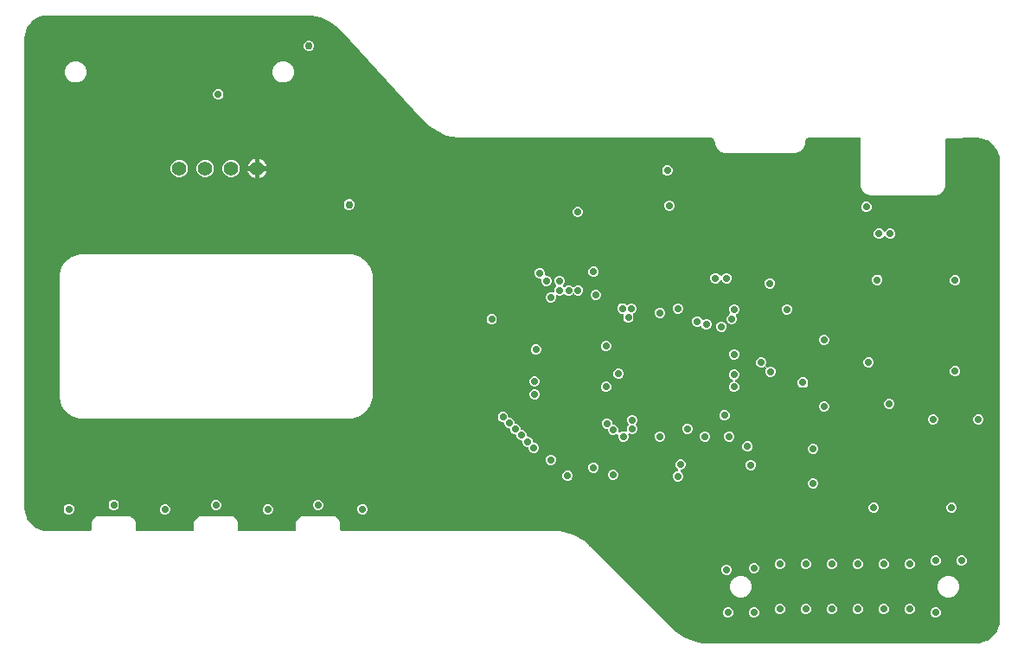
<source format=gbr>
G04 EAGLE Gerber RS-274X export*
G75*
%MOMM*%
%FSLAX34Y34*%
%LPD*%
%INLayer 2*%
%IPPOS*%
%AMOC8*
5,1,8,0,0,1.08239X$1,22.5*%
G01*
%ADD10C,1.397000*%
%ADD11C,0.706400*%
%ADD12C,0.756400*%

G36*
X965022Y12543D02*
X965022Y12543D01*
X965100Y12545D01*
X968414Y12806D01*
X968482Y12820D01*
X968551Y12824D01*
X968707Y12864D01*
X975012Y14912D01*
X975120Y14963D01*
X975230Y15007D01*
X975281Y15039D01*
X975300Y15048D01*
X975316Y15061D01*
X975366Y15093D01*
X980730Y18990D01*
X980816Y19071D01*
X980908Y19146D01*
X980947Y19193D01*
X980961Y19207D01*
X980972Y19224D01*
X981010Y19270D01*
X984907Y24634D01*
X984965Y24738D01*
X985028Y24838D01*
X985051Y24895D01*
X985061Y24913D01*
X985066Y24932D01*
X985088Y24988D01*
X987136Y31293D01*
X987149Y31361D01*
X987172Y31426D01*
X987194Y31586D01*
X987455Y34900D01*
X987454Y34922D01*
X987459Y35000D01*
X987459Y485000D01*
X987457Y485022D01*
X987455Y485100D01*
X987194Y488414D01*
X987180Y488482D01*
X987176Y488551D01*
X987136Y488707D01*
X985088Y495012D01*
X985037Y495120D01*
X984993Y495230D01*
X984961Y495281D01*
X984952Y495300D01*
X984939Y495316D01*
X984907Y495366D01*
X981010Y500730D01*
X980929Y500816D01*
X980854Y500908D01*
X980807Y500947D01*
X980793Y500961D01*
X980776Y500972D01*
X980730Y501010D01*
X975366Y504907D01*
X975262Y504965D01*
X975162Y505028D01*
X975105Y505051D01*
X975087Y505061D01*
X975068Y505066D01*
X975012Y505088D01*
X968707Y507136D01*
X968639Y507149D01*
X968574Y507172D01*
X968414Y507194D01*
X965101Y507455D01*
X965079Y507454D01*
X964992Y507459D01*
X935711Y507254D01*
X935597Y507239D01*
X935483Y507232D01*
X935440Y507218D01*
X935396Y507212D01*
X935290Y507169D01*
X935181Y507134D01*
X935143Y507110D01*
X935101Y507093D01*
X935009Y507025D01*
X934912Y506963D01*
X934881Y506931D01*
X934845Y506904D01*
X934772Y506815D01*
X934694Y506732D01*
X934672Y506693D01*
X934644Y506658D01*
X934596Y506554D01*
X934540Y506453D01*
X934529Y506410D01*
X934510Y506369D01*
X934490Y506256D01*
X934461Y506145D01*
X934457Y506077D01*
X934453Y506056D01*
X934454Y506037D01*
X934451Y505985D01*
X934451Y459694D01*
X932770Y455636D01*
X929664Y452530D01*
X925606Y450849D01*
X860304Y450849D01*
X856246Y452530D01*
X853140Y455636D01*
X851459Y459694D01*
X851459Y506190D01*
X851444Y506308D01*
X851437Y506427D01*
X851424Y506465D01*
X851419Y506506D01*
X851376Y506616D01*
X851339Y506729D01*
X851317Y506764D01*
X851302Y506801D01*
X851233Y506897D01*
X851169Y506998D01*
X851139Y507026D01*
X851116Y507059D01*
X851024Y507135D01*
X850937Y507216D01*
X850902Y507236D01*
X850871Y507261D01*
X850763Y507312D01*
X850659Y507370D01*
X850619Y507380D01*
X850583Y507397D01*
X850466Y507419D01*
X850351Y507449D01*
X850291Y507453D01*
X850271Y507457D01*
X850250Y507455D01*
X850190Y507459D01*
X800500Y507459D01*
X800498Y507459D01*
X800495Y507459D01*
X800334Y507448D01*
X799638Y507357D01*
X799629Y507354D01*
X799620Y507354D01*
X799476Y507314D01*
X799331Y507276D01*
X799322Y507272D01*
X799313Y507269D01*
X799169Y507198D01*
X797963Y506501D01*
X797890Y506445D01*
X797811Y506398D01*
X797764Y506350D01*
X797710Y506309D01*
X797653Y506237D01*
X797588Y506171D01*
X797523Y506073D01*
X797512Y506060D01*
X797509Y506052D01*
X797499Y506037D01*
X796802Y504831D01*
X796799Y504822D01*
X796793Y504815D01*
X796737Y504676D01*
X796679Y504538D01*
X796678Y504528D01*
X796674Y504520D01*
X796643Y504362D01*
X796552Y503666D01*
X796552Y503663D01*
X796551Y503661D01*
X796541Y503500D01*
X796541Y501304D01*
X794860Y497246D01*
X791754Y494140D01*
X787696Y492459D01*
X717304Y492459D01*
X713246Y494140D01*
X710140Y497246D01*
X708459Y501304D01*
X708459Y503500D01*
X708459Y503502D01*
X708459Y503505D01*
X708448Y503666D01*
X708357Y504362D01*
X708354Y504371D01*
X708354Y504380D01*
X708314Y504524D01*
X708276Y504669D01*
X708272Y504678D01*
X708269Y504687D01*
X708198Y504831D01*
X707501Y506037D01*
X707445Y506110D01*
X707398Y506189D01*
X707350Y506236D01*
X707309Y506290D01*
X707237Y506347D01*
X707171Y506412D01*
X707073Y506477D01*
X707060Y506488D01*
X707052Y506491D01*
X707037Y506501D01*
X705831Y507198D01*
X705822Y507201D01*
X705815Y507207D01*
X705676Y507263D01*
X705538Y507321D01*
X705528Y507322D01*
X705520Y507326D01*
X705362Y507357D01*
X704666Y507448D01*
X704663Y507448D01*
X704661Y507449D01*
X704500Y507459D01*
X456532Y507459D01*
X445840Y509707D01*
X435838Y514107D01*
X426956Y520470D01*
X423264Y524497D01*
X422198Y525660D01*
X342990Y612069D01*
X342976Y612081D01*
X342944Y612117D01*
X339534Y615471D01*
X339519Y615482D01*
X339507Y615496D01*
X339383Y615598D01*
X331616Y621162D01*
X331571Y621186D01*
X331531Y621217D01*
X331388Y621292D01*
X322643Y625139D01*
X322594Y625153D01*
X322548Y625176D01*
X322393Y625219D01*
X313043Y627184D01*
X313025Y627186D01*
X313008Y627191D01*
X312848Y627210D01*
X308071Y627458D01*
X308053Y627456D01*
X308005Y627459D01*
X55000Y627459D01*
X54978Y627457D01*
X54900Y627455D01*
X51586Y627194D01*
X51518Y627180D01*
X51449Y627176D01*
X51293Y627136D01*
X44988Y625088D01*
X44880Y625037D01*
X44770Y624993D01*
X44719Y624961D01*
X44700Y624952D01*
X44684Y624939D01*
X44634Y624907D01*
X39270Y621010D01*
X39184Y620929D01*
X39092Y620854D01*
X39053Y620807D01*
X39039Y620793D01*
X39028Y620776D01*
X38990Y620730D01*
X35093Y615366D01*
X35035Y615262D01*
X34972Y615162D01*
X34949Y615105D01*
X34939Y615087D01*
X34934Y615068D01*
X34912Y615012D01*
X32864Y608707D01*
X32851Y608639D01*
X32828Y608574D01*
X32806Y608414D01*
X32545Y605100D01*
X32546Y605078D01*
X32541Y605000D01*
X32541Y145000D01*
X32543Y144978D01*
X32545Y144900D01*
X32806Y141586D01*
X32820Y141518D01*
X32824Y141449D01*
X32864Y141293D01*
X34912Y134988D01*
X34963Y134880D01*
X35007Y134770D01*
X35039Y134719D01*
X35048Y134700D01*
X35061Y134684D01*
X35093Y134634D01*
X38990Y129270D01*
X39071Y129184D01*
X39146Y129092D01*
X39193Y129053D01*
X39207Y129039D01*
X39224Y129028D01*
X39270Y128990D01*
X44634Y125093D01*
X44738Y125035D01*
X44838Y124972D01*
X44895Y124949D01*
X44913Y124939D01*
X44932Y124934D01*
X44988Y124912D01*
X51293Y122864D01*
X51361Y122851D01*
X51426Y122828D01*
X51586Y122806D01*
X54900Y122545D01*
X54922Y122546D01*
X55000Y122541D01*
X96774Y122541D01*
X96892Y122556D01*
X97011Y122563D01*
X97049Y122576D01*
X97090Y122581D01*
X97200Y122624D01*
X97313Y122661D01*
X97348Y122683D01*
X97385Y122698D01*
X97481Y122767D01*
X97582Y122831D01*
X97610Y122861D01*
X97643Y122884D01*
X97719Y122976D01*
X97800Y123063D01*
X97820Y123098D01*
X97845Y123129D01*
X97896Y123237D01*
X97954Y123341D01*
X97964Y123381D01*
X97981Y123417D01*
X98003Y123534D01*
X98033Y123649D01*
X98037Y123709D01*
X98041Y123729D01*
X98039Y123750D01*
X98043Y123810D01*
X98043Y131133D01*
X100064Y134632D01*
X103563Y136653D01*
X136021Y136653D01*
X139520Y134632D01*
X141541Y131133D01*
X141541Y123810D01*
X141556Y123692D01*
X141563Y123573D01*
X141576Y123535D01*
X141581Y123494D01*
X141624Y123384D01*
X141661Y123271D01*
X141683Y123236D01*
X141698Y123199D01*
X141767Y123103D01*
X141831Y123002D01*
X141861Y122974D01*
X141884Y122941D01*
X141976Y122865D01*
X142063Y122784D01*
X142098Y122764D01*
X142129Y122739D01*
X142237Y122688D01*
X142341Y122630D01*
X142381Y122620D01*
X142417Y122603D01*
X142534Y122581D01*
X142649Y122551D01*
X142709Y122547D01*
X142729Y122543D01*
X142750Y122545D01*
X142810Y122541D01*
X197190Y122541D01*
X197308Y122556D01*
X197427Y122563D01*
X197465Y122576D01*
X197506Y122581D01*
X197616Y122624D01*
X197729Y122661D01*
X197764Y122683D01*
X197801Y122698D01*
X197897Y122767D01*
X197998Y122831D01*
X198026Y122861D01*
X198059Y122884D01*
X198135Y122976D01*
X198216Y123063D01*
X198236Y123098D01*
X198261Y123129D01*
X198312Y123237D01*
X198370Y123341D01*
X198380Y123381D01*
X198397Y123417D01*
X198419Y123534D01*
X198449Y123649D01*
X198453Y123709D01*
X198457Y123729D01*
X198455Y123750D01*
X198459Y123810D01*
X198459Y131021D01*
X200480Y134520D01*
X203979Y136541D01*
X236020Y136541D01*
X239520Y134520D01*
X241541Y131021D01*
X241541Y123810D01*
X241556Y123692D01*
X241563Y123573D01*
X241576Y123535D01*
X241581Y123494D01*
X241624Y123384D01*
X241661Y123271D01*
X241683Y123236D01*
X241698Y123199D01*
X241767Y123103D01*
X241831Y123002D01*
X241861Y122974D01*
X241884Y122941D01*
X241976Y122865D01*
X242063Y122784D01*
X242098Y122764D01*
X242129Y122739D01*
X242237Y122688D01*
X242341Y122630D01*
X242381Y122620D01*
X242417Y122603D01*
X242534Y122581D01*
X242649Y122551D01*
X242709Y122547D01*
X242729Y122543D01*
X242750Y122545D01*
X242810Y122541D01*
X297190Y122541D01*
X297308Y122556D01*
X297427Y122563D01*
X297465Y122576D01*
X297506Y122581D01*
X297616Y122624D01*
X297729Y122661D01*
X297764Y122683D01*
X297801Y122698D01*
X297897Y122767D01*
X297998Y122831D01*
X298026Y122861D01*
X298059Y122884D01*
X298135Y122976D01*
X298216Y123063D01*
X298236Y123098D01*
X298261Y123129D01*
X298312Y123237D01*
X298370Y123341D01*
X298380Y123381D01*
X298397Y123417D01*
X298419Y123534D01*
X298449Y123649D01*
X298453Y123709D01*
X298457Y123729D01*
X298455Y123750D01*
X298459Y123810D01*
X298459Y131021D01*
X300480Y134520D01*
X303979Y136541D01*
X336021Y136541D01*
X339520Y134520D01*
X341541Y131021D01*
X341541Y123810D01*
X341556Y123692D01*
X341563Y123573D01*
X341576Y123535D01*
X341581Y123494D01*
X341624Y123384D01*
X341661Y123271D01*
X341683Y123236D01*
X341698Y123199D01*
X341767Y123103D01*
X341831Y123002D01*
X341861Y122974D01*
X341884Y122941D01*
X341976Y122865D01*
X342063Y122784D01*
X342098Y122764D01*
X342129Y122739D01*
X342237Y122688D01*
X342341Y122630D01*
X342381Y122620D01*
X342417Y122603D01*
X342534Y122581D01*
X342649Y122551D01*
X342709Y122547D01*
X342729Y122543D01*
X342750Y122545D01*
X342810Y122541D01*
X556206Y122541D01*
X569569Y118960D01*
X581550Y112043D01*
X585325Y108268D01*
X667152Y26441D01*
X667166Y26431D01*
X667197Y26398D01*
X670556Y23354D01*
X670566Y23347D01*
X670575Y23337D01*
X670703Y23239D01*
X678232Y18209D01*
X678271Y18189D01*
X678307Y18162D01*
X678451Y18091D01*
X686817Y14626D01*
X686859Y14615D01*
X686899Y14595D01*
X687055Y14554D01*
X695936Y12788D01*
X695949Y12787D01*
X695961Y12783D01*
X696121Y12765D01*
X700648Y12542D01*
X700666Y12544D01*
X700711Y12541D01*
X965000Y12541D01*
X965022Y12543D01*
G37*
%LPC*%
G36*
X86309Y232917D02*
X86309Y232917D01*
X79289Y235198D01*
X73377Y239493D01*
X73317Y239537D01*
X68978Y245509D01*
X66697Y252529D01*
X66697Y373691D01*
X68978Y380711D01*
X73317Y386683D01*
X79289Y391022D01*
X86309Y393303D01*
X353691Y393303D01*
X360711Y391022D01*
X366683Y386683D01*
X371022Y380711D01*
X373303Y373691D01*
X373303Y252529D01*
X371022Y245509D01*
X366683Y239537D01*
X360711Y235198D01*
X353691Y232917D01*
X86309Y232917D01*
G37*
%LPD*%
%LPC*%
G36*
X530362Y198905D02*
X530362Y198905D01*
X528504Y199675D01*
X527081Y201098D01*
X526311Y202956D01*
X526311Y203709D01*
X526296Y203827D01*
X526289Y203946D01*
X526276Y203984D01*
X526271Y204024D01*
X526228Y204135D01*
X526191Y204248D01*
X526169Y204282D01*
X526154Y204320D01*
X526085Y204416D01*
X526021Y204517D01*
X525991Y204545D01*
X525968Y204577D01*
X525876Y204653D01*
X525789Y204735D01*
X525754Y204754D01*
X525723Y204780D01*
X525615Y204831D01*
X525511Y204888D01*
X525471Y204898D01*
X525435Y204916D01*
X525318Y204938D01*
X525203Y204968D01*
X525143Y204972D01*
X525123Y204975D01*
X525102Y204974D01*
X525042Y204978D01*
X524289Y204978D01*
X522431Y205748D01*
X521008Y207170D01*
X520239Y209029D01*
X520239Y209781D01*
X520224Y209900D01*
X520216Y210018D01*
X520204Y210057D01*
X520199Y210097D01*
X520155Y210208D01*
X520118Y210321D01*
X520097Y210355D01*
X520082Y210393D01*
X520012Y210489D01*
X519948Y210590D01*
X519919Y210617D01*
X519895Y210650D01*
X519803Y210726D01*
X519716Y210807D01*
X519681Y210827D01*
X519650Y210853D01*
X519542Y210903D01*
X519438Y210961D01*
X519399Y210971D01*
X519362Y210988D01*
X519245Y211011D01*
X519130Y211040D01*
X519070Y211044D01*
X519050Y211048D01*
X519030Y211047D01*
X518969Y211051D01*
X518217Y211051D01*
X516358Y211820D01*
X514936Y213243D01*
X514166Y215101D01*
X514166Y215854D01*
X514151Y215972D01*
X514144Y216091D01*
X514131Y216129D01*
X514126Y216170D01*
X514082Y216280D01*
X514046Y216394D01*
X514024Y216428D01*
X514009Y216465D01*
X513939Y216561D01*
X513875Y216662D01*
X513846Y216690D01*
X513822Y216723D01*
X513730Y216799D01*
X513644Y216880D01*
X513608Y216900D01*
X513577Y216925D01*
X513470Y216976D01*
X513365Y217034D01*
X513326Y217044D01*
X513289Y217061D01*
X513173Y217083D01*
X513057Y217113D01*
X512997Y217117D01*
X512977Y217121D01*
X512957Y217120D01*
X512897Y217123D01*
X512144Y217123D01*
X510286Y217893D01*
X508863Y219316D01*
X508093Y221174D01*
X508093Y221927D01*
X508078Y222045D01*
X508071Y222164D01*
X508058Y222202D01*
X508053Y222242D01*
X508010Y222353D01*
X507973Y222466D01*
X507951Y222500D01*
X507936Y222538D01*
X507866Y222634D01*
X507803Y222735D01*
X507773Y222763D01*
X507749Y222795D01*
X507658Y222871D01*
X507571Y222953D01*
X507536Y222972D01*
X507505Y222998D01*
X507397Y223049D01*
X507293Y223106D01*
X507253Y223116D01*
X507217Y223134D01*
X507100Y223156D01*
X506985Y223186D01*
X506924Y223190D01*
X506904Y223193D01*
X506884Y223192D01*
X506824Y223196D01*
X506071Y223196D01*
X504213Y223966D01*
X502790Y225388D01*
X502021Y227247D01*
X502021Y227999D01*
X502006Y228118D01*
X501998Y228236D01*
X501986Y228275D01*
X501981Y228315D01*
X501937Y228426D01*
X501900Y228539D01*
X501879Y228573D01*
X501864Y228611D01*
X501794Y228707D01*
X501730Y228808D01*
X501701Y228835D01*
X501677Y228868D01*
X501585Y228944D01*
X501498Y229026D01*
X501463Y229045D01*
X501432Y229071D01*
X501324Y229122D01*
X501220Y229179D01*
X501181Y229189D01*
X501144Y229206D01*
X501027Y229229D01*
X500912Y229258D01*
X500852Y229262D01*
X500832Y229266D01*
X500811Y229265D01*
X500751Y229269D01*
X499999Y229269D01*
X498140Y230039D01*
X496718Y231461D01*
X495948Y233320D01*
X495948Y235331D01*
X496718Y237190D01*
X498140Y238612D01*
X499999Y239382D01*
X502010Y239382D01*
X503869Y238612D01*
X505291Y237190D01*
X506061Y235331D01*
X506061Y234579D01*
X506076Y234461D01*
X506084Y234342D01*
X506096Y234303D01*
X506101Y234263D01*
X506145Y234152D01*
X506182Y234039D01*
X506203Y234005D01*
X506218Y233968D01*
X506288Y233871D01*
X506352Y233771D01*
X506381Y233743D01*
X506405Y233710D01*
X506497Y233634D01*
X506583Y233553D01*
X506619Y233533D01*
X506650Y233507D01*
X506758Y233457D01*
X506862Y233399D01*
X506901Y233389D01*
X506938Y233372D01*
X507054Y233349D01*
X507170Y233320D01*
X507230Y233316D01*
X507250Y233312D01*
X507270Y233313D01*
X507331Y233309D01*
X508083Y233309D01*
X509942Y232540D01*
X511364Y231117D01*
X512134Y229259D01*
X512134Y228506D01*
X512149Y228388D01*
X512156Y228269D01*
X512169Y228231D01*
X512174Y228191D01*
X512218Y228080D01*
X512254Y227967D01*
X512276Y227932D01*
X512291Y227895D01*
X512361Y227799D01*
X512424Y227698D01*
X512454Y227670D01*
X512478Y227637D01*
X512569Y227562D01*
X512656Y227480D01*
X512692Y227460D01*
X512723Y227435D01*
X512830Y227384D01*
X512935Y227326D01*
X512974Y227316D01*
X513010Y227299D01*
X513127Y227277D01*
X513243Y227247D01*
X513303Y227243D01*
X513323Y227239D01*
X513343Y227241D01*
X513403Y227237D01*
X514156Y227237D01*
X516014Y226467D01*
X517437Y225044D01*
X518207Y223186D01*
X518207Y222433D01*
X518222Y222315D01*
X518229Y222196D01*
X518241Y222158D01*
X518247Y222118D01*
X518290Y222007D01*
X518327Y221894D01*
X518349Y221860D01*
X518364Y221822D01*
X518433Y221726D01*
X518497Y221625D01*
X518527Y221598D01*
X518550Y221565D01*
X518642Y221489D01*
X518729Y221407D01*
X518764Y221388D01*
X518795Y221362D01*
X518903Y221311D01*
X519007Y221254D01*
X519047Y221244D01*
X519083Y221226D01*
X519200Y221204D01*
X519315Y221174D01*
X519375Y221171D01*
X519395Y221167D01*
X519416Y221168D01*
X519476Y221164D01*
X520229Y221164D01*
X522087Y220394D01*
X523510Y218972D01*
X524279Y217113D01*
X524279Y216361D01*
X524294Y216242D01*
X524302Y216124D01*
X524314Y216085D01*
X524319Y216045D01*
X524363Y215934D01*
X524400Y215821D01*
X524421Y215787D01*
X524436Y215749D01*
X524506Y215653D01*
X524570Y215553D01*
X524599Y215525D01*
X524623Y215492D01*
X524715Y215416D01*
X524801Y215335D01*
X524837Y215315D01*
X524868Y215289D01*
X524976Y215239D01*
X525080Y215181D01*
X525119Y215171D01*
X525156Y215154D01*
X525273Y215131D01*
X525388Y215102D01*
X525448Y215098D01*
X525468Y215094D01*
X525488Y215095D01*
X525549Y215091D01*
X526301Y215091D01*
X528160Y214322D01*
X529582Y212899D01*
X530352Y211041D01*
X530352Y210288D01*
X530367Y210170D01*
X530374Y210051D01*
X530387Y210013D01*
X530392Y209972D01*
X530436Y209862D01*
X530472Y209749D01*
X530494Y209714D01*
X530509Y209677D01*
X530579Y209581D01*
X530643Y209480D01*
X530672Y209452D01*
X530696Y209419D01*
X530787Y209343D01*
X530874Y209262D01*
X530910Y209242D01*
X530941Y209217D01*
X531048Y209166D01*
X531153Y209108D01*
X531192Y209098D01*
X531228Y209081D01*
X531345Y209059D01*
X531461Y209029D01*
X531521Y209025D01*
X531541Y209021D01*
X531561Y209023D01*
X531621Y209019D01*
X532374Y209019D01*
X534232Y208249D01*
X535655Y206826D01*
X536425Y204968D01*
X536425Y202956D01*
X535655Y201098D01*
X534232Y199675D01*
X532374Y198905D01*
X530362Y198905D01*
G37*
%LPD*%
%LPC*%
G36*
X617820Y209959D02*
X617820Y209959D01*
X615962Y210729D01*
X614539Y212152D01*
X613769Y214010D01*
X613769Y216184D01*
X613752Y216322D01*
X613739Y216460D01*
X613732Y216479D01*
X613729Y216499D01*
X613678Y216629D01*
X613631Y216760D01*
X613620Y216776D01*
X613612Y216795D01*
X613531Y216907D01*
X613453Y217023D01*
X613437Y217036D01*
X613426Y217052D01*
X613318Y217141D01*
X613214Y217233D01*
X613196Y217242D01*
X613181Y217255D01*
X613055Y217314D01*
X612931Y217378D01*
X612911Y217382D01*
X612893Y217391D01*
X612757Y217417D01*
X612620Y217447D01*
X612600Y217447D01*
X612581Y217450D01*
X612442Y217442D01*
X612303Y217438D01*
X612283Y217432D01*
X612263Y217431D01*
X612131Y217388D01*
X611997Y217349D01*
X611980Y217339D01*
X611961Y217333D01*
X611843Y217258D01*
X611723Y217188D01*
X611702Y217169D01*
X611692Y217162D01*
X611689Y217159D01*
X609816Y216383D01*
X607804Y216383D01*
X605946Y217153D01*
X604523Y218576D01*
X603753Y220434D01*
X603753Y221464D01*
X603738Y221582D01*
X603731Y221701D01*
X603718Y221739D01*
X603713Y221780D01*
X603670Y221890D01*
X603633Y222003D01*
X603611Y222038D01*
X603596Y222075D01*
X603527Y222171D01*
X603463Y222272D01*
X603433Y222300D01*
X603410Y222333D01*
X603318Y222409D01*
X603231Y222490D01*
X603196Y222510D01*
X603165Y222535D01*
X603057Y222586D01*
X602953Y222644D01*
X602913Y222654D01*
X602877Y222671D01*
X602760Y222693D01*
X602645Y222723D01*
X602585Y222727D01*
X602565Y222731D01*
X602544Y222729D01*
X602484Y222733D01*
X601732Y222733D01*
X599874Y223503D01*
X598451Y224926D01*
X597681Y226784D01*
X597681Y228796D01*
X598451Y230654D01*
X599874Y232077D01*
X601732Y232847D01*
X603744Y232847D01*
X605602Y232077D01*
X607025Y230654D01*
X607795Y228796D01*
X607795Y227766D01*
X607810Y227648D01*
X607817Y227529D01*
X607830Y227491D01*
X607835Y227450D01*
X607878Y227340D01*
X607915Y227227D01*
X607937Y227192D01*
X607952Y227155D01*
X608021Y227059D01*
X608085Y226958D01*
X608115Y226930D01*
X608138Y226897D01*
X608230Y226821D01*
X608317Y226740D01*
X608352Y226720D01*
X608383Y226695D01*
X608491Y226644D01*
X608595Y226586D01*
X608635Y226576D01*
X608671Y226559D01*
X608788Y226537D01*
X608903Y226507D01*
X608963Y226503D01*
X608983Y226499D01*
X609004Y226501D01*
X609064Y226497D01*
X609816Y226497D01*
X611674Y225727D01*
X613097Y224304D01*
X613867Y222446D01*
X613867Y220272D01*
X613884Y220134D01*
X613897Y219996D01*
X613904Y219977D01*
X613907Y219957D01*
X613958Y219827D01*
X614005Y219696D01*
X614016Y219680D01*
X614024Y219661D01*
X614105Y219549D01*
X614183Y219433D01*
X614199Y219420D01*
X614210Y219404D01*
X614318Y219315D01*
X614422Y219223D01*
X614440Y219214D01*
X614455Y219201D01*
X614581Y219142D01*
X614705Y219078D01*
X614725Y219074D01*
X614743Y219065D01*
X614879Y219039D01*
X615016Y219009D01*
X615036Y219009D01*
X615055Y219006D01*
X615194Y219014D01*
X615333Y219018D01*
X615353Y219024D01*
X615373Y219025D01*
X615505Y219068D01*
X615639Y219107D01*
X615656Y219117D01*
X615675Y219123D01*
X615793Y219198D01*
X615913Y219268D01*
X615934Y219287D01*
X615944Y219294D01*
X615947Y219297D01*
X617820Y220073D01*
X619832Y220073D01*
X620864Y219645D01*
X620998Y219609D01*
X621131Y219568D01*
X621151Y219567D01*
X621171Y219561D01*
X621309Y219559D01*
X621448Y219552D01*
X621468Y219557D01*
X621489Y219556D01*
X621624Y219589D01*
X621760Y219617D01*
X621778Y219626D01*
X621798Y219630D01*
X621921Y219695D01*
X622046Y219757D01*
X622061Y219770D01*
X622079Y219779D01*
X622182Y219873D01*
X622288Y219963D01*
X622299Y219979D01*
X622314Y219993D01*
X622391Y220109D01*
X622471Y220223D01*
X622478Y220242D01*
X622489Y220259D01*
X622534Y220390D01*
X622583Y220520D01*
X622586Y220540D01*
X622592Y220560D01*
X622603Y220698D01*
X622619Y220836D01*
X622616Y220856D01*
X622617Y220877D01*
X622594Y221014D01*
X622574Y221151D01*
X622565Y221178D01*
X622563Y221190D01*
X622555Y221209D01*
X622522Y221304D01*
X622443Y221494D01*
X622443Y223506D01*
X623213Y225364D01*
X623745Y225896D01*
X623818Y225990D01*
X623897Y226080D01*
X623915Y226116D01*
X623940Y226148D01*
X623987Y226257D01*
X624042Y226363D01*
X624050Y226402D01*
X624066Y226440D01*
X624085Y226557D01*
X624111Y226673D01*
X624110Y226714D01*
X624116Y226754D01*
X624105Y226872D01*
X624102Y226991D01*
X624090Y227030D01*
X624087Y227070D01*
X624046Y227182D01*
X624013Y227297D01*
X623993Y227332D01*
X623979Y227370D01*
X623912Y227468D01*
X623852Y227571D01*
X623812Y227616D01*
X623800Y227633D01*
X623785Y227646D01*
X623745Y227691D01*
X623213Y228224D01*
X622443Y230082D01*
X622443Y232094D01*
X623213Y233952D01*
X624636Y235375D01*
X626494Y236145D01*
X628506Y236145D01*
X630364Y235375D01*
X631787Y233952D01*
X632557Y232094D01*
X632557Y230082D01*
X631787Y228224D01*
X631255Y227691D01*
X631182Y227597D01*
X631103Y227508D01*
X631085Y227472D01*
X631060Y227440D01*
X631012Y227331D01*
X630958Y227225D01*
X630950Y227186D01*
X630934Y227148D01*
X630915Y227031D01*
X630889Y226915D01*
X630890Y226874D01*
X630884Y226834D01*
X630895Y226716D01*
X630898Y226597D01*
X630910Y226558D01*
X630913Y226518D01*
X630954Y226406D01*
X630987Y226291D01*
X631007Y226256D01*
X631021Y226218D01*
X631088Y226120D01*
X631148Y226017D01*
X631188Y225972D01*
X631200Y225955D01*
X631215Y225942D01*
X631255Y225896D01*
X631787Y225364D01*
X632557Y223506D01*
X632557Y221494D01*
X631787Y219636D01*
X630364Y218213D01*
X628506Y217443D01*
X626494Y217443D01*
X625462Y217871D01*
X625328Y217907D01*
X625195Y217948D01*
X625175Y217949D01*
X625155Y217955D01*
X625017Y217957D01*
X624878Y217964D01*
X624858Y217959D01*
X624837Y217960D01*
X624702Y217927D01*
X624566Y217899D01*
X624548Y217890D01*
X624528Y217886D01*
X624405Y217821D01*
X624280Y217759D01*
X624265Y217746D01*
X624247Y217737D01*
X624144Y217643D01*
X624038Y217553D01*
X624027Y217537D01*
X624012Y217523D01*
X623935Y217407D01*
X623855Y217293D01*
X623848Y217274D01*
X623837Y217257D01*
X623792Y217126D01*
X623743Y216996D01*
X623740Y216976D01*
X623734Y216956D01*
X623723Y216818D01*
X623707Y216680D01*
X623710Y216660D01*
X623709Y216639D01*
X623732Y216502D01*
X623752Y216365D01*
X623761Y216338D01*
X623763Y216326D01*
X623771Y216307D01*
X623804Y216212D01*
X623883Y216022D01*
X623883Y214010D01*
X623113Y212152D01*
X621690Y210729D01*
X619832Y209959D01*
X617820Y209959D01*
G37*
%LPD*%
%LPC*%
G36*
X546844Y345923D02*
X546844Y345923D01*
X544986Y346693D01*
X543563Y348116D01*
X542793Y349974D01*
X542793Y351986D01*
X543563Y353844D01*
X544986Y355267D01*
X546844Y356037D01*
X548856Y356037D01*
X549560Y355745D01*
X549608Y355732D01*
X549653Y355711D01*
X549761Y355690D01*
X549867Y355661D01*
X549917Y355660D01*
X549966Y355651D01*
X550075Y355658D01*
X550185Y355656D01*
X550233Y355668D01*
X550283Y355671D01*
X550387Y355704D01*
X550494Y355730D01*
X550538Y355753D01*
X550585Y355769D01*
X550678Y355827D01*
X550775Y355879D01*
X550812Y355912D01*
X550854Y355939D01*
X550929Y356019D01*
X551011Y356093D01*
X551038Y356134D01*
X551072Y356170D01*
X551125Y356267D01*
X551185Y356358D01*
X551202Y356405D01*
X551226Y356449D01*
X551253Y356555D01*
X551289Y356659D01*
X551293Y356709D01*
X551305Y356757D01*
X551315Y356918D01*
X551315Y359146D01*
X552085Y361004D01*
X552839Y361759D01*
X552912Y361853D01*
X552991Y361942D01*
X553009Y361978D01*
X553034Y362010D01*
X553082Y362119D01*
X553136Y362225D01*
X553144Y362264D01*
X553160Y362302D01*
X553179Y362419D01*
X553205Y362535D01*
X553204Y362576D01*
X553210Y362616D01*
X553199Y362734D01*
X553196Y362853D01*
X553184Y362892D01*
X553181Y362932D01*
X553140Y363044D01*
X553107Y363159D01*
X553087Y363194D01*
X553073Y363232D01*
X553006Y363330D01*
X552946Y363433D01*
X552906Y363478D01*
X552894Y363495D01*
X552879Y363508D01*
X552839Y363554D01*
X551973Y364420D01*
X551203Y366278D01*
X551203Y368290D01*
X551973Y370148D01*
X553396Y371571D01*
X555254Y372341D01*
X557266Y372341D01*
X559124Y371571D01*
X560547Y370148D01*
X561317Y368290D01*
X561317Y366278D01*
X560547Y364420D01*
X559793Y363666D01*
X559720Y363572D01*
X559641Y363482D01*
X559623Y363446D01*
X559598Y363414D01*
X559551Y363305D01*
X559496Y363199D01*
X559488Y363160D01*
X559472Y363122D01*
X559453Y363005D01*
X559427Y362889D01*
X559428Y362848D01*
X559422Y362808D01*
X559433Y362690D01*
X559436Y362571D01*
X559448Y362532D01*
X559451Y362492D01*
X559492Y362380D01*
X559525Y362265D01*
X559545Y362231D01*
X559559Y362192D01*
X559626Y362094D01*
X559686Y361991D01*
X559726Y361946D01*
X559738Y361929D01*
X559753Y361916D01*
X559793Y361871D01*
X560018Y361645D01*
X560113Y361572D01*
X560202Y361493D01*
X560238Y361475D01*
X560270Y361450D01*
X560379Y361403D01*
X560485Y361348D01*
X560524Y361340D01*
X560562Y361324D01*
X560679Y361305D01*
X560795Y361279D01*
X560836Y361280D01*
X560876Y361274D01*
X560994Y361285D01*
X561113Y361288D01*
X561152Y361300D01*
X561192Y361303D01*
X561304Y361344D01*
X561419Y361377D01*
X561453Y361397D01*
X561492Y361411D01*
X561590Y361478D01*
X561693Y361538D01*
X561738Y361578D01*
X561755Y361590D01*
X561768Y361605D01*
X561813Y361645D01*
X562596Y362427D01*
X564454Y363197D01*
X566466Y363197D01*
X568324Y362427D01*
X569106Y361645D01*
X569200Y361572D01*
X569290Y361493D01*
X569326Y361475D01*
X569358Y361450D01*
X569467Y361403D01*
X569573Y361348D01*
X569612Y361340D01*
X569650Y361324D01*
X569767Y361305D01*
X569883Y361279D01*
X569924Y361280D01*
X569964Y361274D01*
X570082Y361285D01*
X570201Y361288D01*
X570240Y361300D01*
X570280Y361303D01*
X570393Y361344D01*
X570507Y361377D01*
X570541Y361397D01*
X570580Y361411D01*
X570678Y361478D01*
X570781Y361538D01*
X570826Y361578D01*
X570843Y361590D01*
X570856Y361605D01*
X570901Y361645D01*
X571684Y362427D01*
X573542Y363197D01*
X575554Y363197D01*
X577412Y362427D01*
X578835Y361004D01*
X579605Y359146D01*
X579605Y357134D01*
X578835Y355276D01*
X577412Y353853D01*
X575554Y353083D01*
X573542Y353083D01*
X571684Y353853D01*
X570901Y354635D01*
X570807Y354708D01*
X570718Y354787D01*
X570682Y354805D01*
X570650Y354830D01*
X570541Y354878D01*
X570435Y354932D01*
X570396Y354940D01*
X570358Y354956D01*
X570241Y354975D01*
X570125Y355001D01*
X570084Y355000D01*
X570044Y355006D01*
X569926Y354995D01*
X569807Y354992D01*
X569768Y354980D01*
X569728Y354977D01*
X569616Y354936D01*
X569501Y354903D01*
X569466Y354883D01*
X569428Y354869D01*
X569330Y354802D01*
X569227Y354742D01*
X569182Y354702D01*
X569165Y354690D01*
X569152Y354675D01*
X569106Y354635D01*
X568324Y353853D01*
X566466Y353083D01*
X564454Y353083D01*
X562596Y353853D01*
X561813Y354635D01*
X561719Y354708D01*
X561630Y354787D01*
X561594Y354805D01*
X561562Y354830D01*
X561453Y354878D01*
X561347Y354932D01*
X561308Y354940D01*
X561270Y354956D01*
X561153Y354975D01*
X561037Y355001D01*
X560996Y355000D01*
X560956Y355006D01*
X560838Y354995D01*
X560719Y354992D01*
X560680Y354980D01*
X560640Y354977D01*
X560528Y354936D01*
X560413Y354903D01*
X560378Y354883D01*
X560340Y354869D01*
X560242Y354802D01*
X560139Y354742D01*
X560094Y354702D01*
X560077Y354690D01*
X560064Y354675D01*
X560018Y354635D01*
X559236Y353853D01*
X557378Y353083D01*
X555366Y353083D01*
X554662Y353375D01*
X554614Y353388D01*
X554569Y353409D01*
X554461Y353430D01*
X554355Y353459D01*
X554305Y353460D01*
X554256Y353469D01*
X554147Y353462D01*
X554037Y353464D01*
X553989Y353452D01*
X553939Y353449D01*
X553835Y353416D01*
X553728Y353390D01*
X553684Y353367D01*
X553637Y353351D01*
X553544Y353293D01*
X553447Y353241D01*
X553410Y353208D01*
X553368Y353181D01*
X553293Y353101D01*
X553211Y353027D01*
X553184Y352986D01*
X553150Y352950D01*
X553097Y352853D01*
X553037Y352762D01*
X553020Y352715D01*
X552996Y352671D01*
X552969Y352565D01*
X552933Y352461D01*
X552929Y352411D01*
X552917Y352363D01*
X552907Y352202D01*
X552907Y349974D01*
X552137Y348116D01*
X550714Y346693D01*
X548856Y345923D01*
X546844Y345923D01*
G37*
%LPD*%
%LPC*%
G36*
X935223Y57559D02*
X935223Y57559D01*
X931386Y59149D01*
X928449Y62086D01*
X926859Y65923D01*
X926859Y70077D01*
X928449Y73914D01*
X931386Y76851D01*
X935223Y78441D01*
X939377Y78441D01*
X943214Y76851D01*
X946151Y73914D01*
X947741Y70077D01*
X947741Y65923D01*
X946151Y62086D01*
X943214Y59149D01*
X939377Y57559D01*
X935223Y57559D01*
G37*
%LPD*%
%LPC*%
G36*
X732023Y57559D02*
X732023Y57559D01*
X728186Y59149D01*
X725249Y62086D01*
X723659Y65923D01*
X723659Y70077D01*
X725249Y73914D01*
X728186Y76851D01*
X732023Y78441D01*
X736177Y78441D01*
X740014Y76851D01*
X742951Y73914D01*
X744541Y70077D01*
X744541Y65923D01*
X742951Y62086D01*
X740014Y59149D01*
X736177Y57559D01*
X732023Y57559D01*
G37*
%LPD*%
%LPC*%
G36*
X283823Y561559D02*
X283823Y561559D01*
X279986Y563149D01*
X277049Y566086D01*
X275459Y569923D01*
X275459Y574077D01*
X277049Y577914D01*
X279986Y580851D01*
X283823Y582441D01*
X287977Y582441D01*
X291814Y580851D01*
X294751Y577914D01*
X296341Y574077D01*
X296341Y569923D01*
X294751Y566086D01*
X291814Y563149D01*
X287977Y561559D01*
X283823Y561559D01*
G37*
%LPD*%
%LPC*%
G36*
X80623Y561559D02*
X80623Y561559D01*
X76786Y563149D01*
X73849Y566086D01*
X72259Y569923D01*
X72259Y574077D01*
X73849Y577914D01*
X76786Y580851D01*
X80623Y582441D01*
X84777Y582441D01*
X88614Y580851D01*
X91551Y577914D01*
X93141Y574077D01*
X93141Y569923D01*
X91551Y566086D01*
X88614Y563149D01*
X84777Y561559D01*
X80623Y561559D01*
G37*
%LPD*%
%LPC*%
G36*
X622766Y326593D02*
X622766Y326593D01*
X620908Y327363D01*
X619485Y328786D01*
X618715Y330644D01*
X618715Y332656D01*
X619120Y333632D01*
X619133Y333680D01*
X619154Y333725D01*
X619175Y333833D01*
X619204Y333939D01*
X619204Y333989D01*
X619214Y334038D01*
X619207Y334147D01*
X619209Y334257D01*
X619197Y334305D01*
X619194Y334355D01*
X619160Y334459D01*
X619135Y334566D01*
X619111Y334610D01*
X619096Y334657D01*
X619037Y334750D01*
X618986Y334847D01*
X618952Y334884D01*
X618926Y334926D01*
X618846Y335001D01*
X618772Y335083D01*
X618730Y335110D01*
X618694Y335144D01*
X618598Y335197D01*
X618506Y335257D01*
X618459Y335274D01*
X618416Y335298D01*
X618310Y335325D01*
X618205Y335361D01*
X618156Y335365D01*
X618108Y335377D01*
X617947Y335387D01*
X617106Y335387D01*
X615248Y336157D01*
X613825Y337580D01*
X613055Y339438D01*
X613055Y341450D01*
X613825Y343308D01*
X615248Y344731D01*
X617106Y345501D01*
X619118Y345501D01*
X620976Y344731D01*
X621611Y344096D01*
X621705Y344023D01*
X621795Y343944D01*
X621831Y343926D01*
X621863Y343901D01*
X621972Y343854D01*
X622078Y343799D01*
X622117Y343791D01*
X622155Y343775D01*
X622272Y343756D01*
X622388Y343730D01*
X622429Y343731D01*
X622469Y343725D01*
X622587Y343736D01*
X622706Y343739D01*
X622745Y343751D01*
X622785Y343754D01*
X622897Y343795D01*
X623012Y343828D01*
X623047Y343848D01*
X623085Y343862D01*
X623183Y343929D01*
X623286Y343989D01*
X623331Y344029D01*
X623348Y344041D01*
X623361Y344056D01*
X623406Y344096D01*
X623836Y344525D01*
X625694Y345295D01*
X627706Y345295D01*
X629564Y344525D01*
X630987Y343102D01*
X631757Y341244D01*
X631757Y339232D01*
X630987Y337374D01*
X629564Y335951D01*
X628944Y335694D01*
X628840Y335635D01*
X628734Y335583D01*
X628703Y335557D01*
X628668Y335537D01*
X628582Y335454D01*
X628492Y335377D01*
X628468Y335343D01*
X628439Y335315D01*
X628377Y335214D01*
X628309Y335116D01*
X628294Y335079D01*
X628273Y335044D01*
X628238Y334930D01*
X628196Y334819D01*
X628191Y334779D01*
X628180Y334740D01*
X628174Y334621D01*
X628161Y334503D01*
X628166Y334463D01*
X628164Y334423D01*
X628188Y334306D01*
X628205Y334188D01*
X628225Y334131D01*
X628229Y334111D01*
X628238Y334093D01*
X628257Y334036D01*
X628829Y332656D01*
X628829Y330644D01*
X628059Y328786D01*
X626636Y327363D01*
X624778Y326593D01*
X622766Y326593D01*
G37*
%LPD*%
%LPC*%
G36*
X182407Y468790D02*
X182407Y468790D01*
X179280Y470086D01*
X176886Y472480D01*
X175590Y475607D01*
X175590Y478993D01*
X176886Y482120D01*
X179280Y484514D01*
X182407Y485810D01*
X185793Y485810D01*
X188920Y484514D01*
X191314Y482120D01*
X192610Y478993D01*
X192610Y475607D01*
X191314Y472480D01*
X188920Y470086D01*
X185793Y468790D01*
X182407Y468790D01*
G37*
%LPD*%
%LPC*%
G36*
X207807Y468790D02*
X207807Y468790D01*
X204680Y470086D01*
X202286Y472480D01*
X200990Y475607D01*
X200990Y478993D01*
X202286Y482120D01*
X204680Y484514D01*
X207807Y485810D01*
X211193Y485810D01*
X214320Y484514D01*
X216714Y482120D01*
X218010Y478993D01*
X218010Y475607D01*
X216714Y472480D01*
X214320Y470086D01*
X211193Y468790D01*
X207807Y468790D01*
G37*
%LPD*%
%LPC*%
G36*
X233207Y468790D02*
X233207Y468790D01*
X230080Y470086D01*
X227686Y472480D01*
X226390Y475607D01*
X226390Y478993D01*
X227686Y482120D01*
X230080Y484514D01*
X233207Y485810D01*
X236593Y485810D01*
X239720Y484514D01*
X242114Y482120D01*
X243410Y478993D01*
X243410Y475607D01*
X242114Y472480D01*
X239720Y470086D01*
X236593Y468790D01*
X233207Y468790D01*
G37*
%LPD*%
%LPC*%
G36*
X718994Y364943D02*
X718994Y364943D01*
X717136Y365713D01*
X715693Y367156D01*
X715668Y367200D01*
X715603Y367323D01*
X715589Y367338D01*
X715579Y367355D01*
X715482Y367455D01*
X715389Y367558D01*
X715372Y367569D01*
X715358Y367584D01*
X715239Y367657D01*
X715123Y367733D01*
X715104Y367740D01*
X715087Y367750D01*
X714953Y367791D01*
X714822Y367836D01*
X714802Y367838D01*
X714783Y367844D01*
X714644Y367850D01*
X714505Y367861D01*
X714485Y367858D01*
X714465Y367859D01*
X714329Y367831D01*
X714192Y367807D01*
X714173Y367799D01*
X714154Y367795D01*
X714029Y367734D01*
X713902Y367676D01*
X713886Y367664D01*
X713868Y367655D01*
X713762Y367565D01*
X713653Y367478D01*
X713641Y367462D01*
X713626Y367449D01*
X713546Y367335D01*
X713462Y367224D01*
X713450Y367199D01*
X713443Y367189D01*
X713438Y367177D01*
X712004Y365743D01*
X710146Y364973D01*
X708134Y364973D01*
X706276Y365743D01*
X704853Y367166D01*
X704083Y369024D01*
X704083Y371036D01*
X704853Y372894D01*
X706276Y374317D01*
X708134Y375087D01*
X710146Y375087D01*
X712004Y374317D01*
X713447Y372874D01*
X713472Y372830D01*
X713537Y372707D01*
X713551Y372692D01*
X713561Y372675D01*
X713658Y372575D01*
X713751Y372472D01*
X713768Y372461D01*
X713782Y372446D01*
X713901Y372373D01*
X714017Y372297D01*
X714036Y372290D01*
X714053Y372280D01*
X714187Y372239D01*
X714318Y372194D01*
X714338Y372192D01*
X714357Y372186D01*
X714496Y372180D01*
X714635Y372169D01*
X714655Y372172D01*
X714675Y372171D01*
X714811Y372199D01*
X714948Y372223D01*
X714967Y372231D01*
X714986Y372235D01*
X715111Y372296D01*
X715238Y372354D01*
X715254Y372366D01*
X715272Y372375D01*
X715378Y372465D01*
X715487Y372552D01*
X715499Y372568D01*
X715514Y372581D01*
X715594Y372695D01*
X715678Y372806D01*
X715690Y372831D01*
X715697Y372841D01*
X715702Y372853D01*
X717136Y374287D01*
X718994Y375057D01*
X721006Y375057D01*
X722864Y374287D01*
X724287Y372864D01*
X725057Y371006D01*
X725057Y368994D01*
X724287Y367136D01*
X722864Y365713D01*
X721006Y364943D01*
X718994Y364943D01*
G37*
%LPD*%
%LPC*%
G36*
X868154Y408395D02*
X868154Y408395D01*
X866296Y409165D01*
X864873Y410588D01*
X864103Y412446D01*
X864103Y414458D01*
X864873Y416316D01*
X866296Y417739D01*
X868154Y418509D01*
X870166Y418509D01*
X872024Y417739D01*
X873481Y416283D01*
X873541Y416168D01*
X873555Y416153D01*
X873565Y416136D01*
X873661Y416036D01*
X873755Y415933D01*
X873772Y415922D01*
X873786Y415907D01*
X873905Y415834D01*
X874021Y415758D01*
X874040Y415752D01*
X874057Y415741D01*
X874191Y415700D01*
X874322Y415655D01*
X874342Y415653D01*
X874361Y415647D01*
X874500Y415641D01*
X874639Y415630D01*
X874659Y415633D01*
X874679Y415632D01*
X874815Y415660D01*
X874952Y415684D01*
X874970Y415692D01*
X874990Y415696D01*
X875115Y415757D01*
X875242Y415815D01*
X875258Y415827D01*
X875276Y415836D01*
X875382Y415926D01*
X875490Y416013D01*
X875503Y416029D01*
X875518Y416042D01*
X875598Y416156D01*
X875682Y416267D01*
X875694Y416292D01*
X875701Y416302D01*
X875702Y416306D01*
X877136Y417739D01*
X878994Y418509D01*
X881006Y418509D01*
X882864Y417739D01*
X884287Y416316D01*
X885057Y414458D01*
X885057Y412446D01*
X884287Y410588D01*
X882864Y409165D01*
X881006Y408395D01*
X878994Y408395D01*
X877136Y409165D01*
X875679Y410621D01*
X875619Y410736D01*
X875605Y410751D01*
X875595Y410768D01*
X875498Y410868D01*
X875405Y410971D01*
X875388Y410982D01*
X875374Y410997D01*
X875255Y411070D01*
X875139Y411146D01*
X875120Y411153D01*
X875103Y411163D01*
X874970Y411204D01*
X874838Y411249D01*
X874818Y411251D01*
X874799Y411257D01*
X874660Y411263D01*
X874521Y411274D01*
X874501Y411271D01*
X874481Y411272D01*
X874344Y411244D01*
X874208Y411220D01*
X874189Y411212D01*
X874170Y411208D01*
X874045Y411146D01*
X873918Y411089D01*
X873902Y411077D01*
X873884Y411068D01*
X873778Y410978D01*
X873669Y410891D01*
X873657Y410875D01*
X873642Y410861D01*
X873562Y410748D01*
X873478Y410636D01*
X873466Y410611D01*
X873459Y410601D01*
X873458Y410598D01*
X872024Y409165D01*
X870166Y408395D01*
X868154Y408395D01*
G37*
%LPD*%
%LPC*%
G36*
X671074Y170933D02*
X671074Y170933D01*
X669216Y171703D01*
X667793Y173126D01*
X667023Y174984D01*
X667023Y176996D01*
X667793Y178854D01*
X669216Y180277D01*
X671074Y181047D01*
X671238Y181047D01*
X671376Y181064D01*
X671514Y181077D01*
X671533Y181084D01*
X671553Y181087D01*
X671683Y181138D01*
X671813Y181185D01*
X671830Y181196D01*
X671849Y181204D01*
X671961Y181285D01*
X672077Y181363D01*
X672090Y181379D01*
X672106Y181390D01*
X672195Y181498D01*
X672287Y181602D01*
X672296Y181620D01*
X672309Y181635D01*
X672368Y181761D01*
X672432Y181885D01*
X672436Y181905D01*
X672445Y181923D01*
X672471Y182060D01*
X672501Y182195D01*
X672501Y182216D01*
X672504Y182235D01*
X672496Y182374D01*
X672492Y182513D01*
X672486Y182533D01*
X672485Y182553D01*
X672442Y182685D01*
X672403Y182819D01*
X672393Y182836D01*
X672387Y182855D01*
X672312Y182973D01*
X672242Y183093D01*
X672223Y183114D01*
X672216Y183124D01*
X672201Y183138D01*
X672135Y183213D01*
X670713Y184636D01*
X669943Y186494D01*
X669943Y188506D01*
X670713Y190364D01*
X672136Y191787D01*
X673994Y192557D01*
X676006Y192557D01*
X677864Y191787D01*
X679287Y190364D01*
X680057Y188506D01*
X680057Y186494D01*
X679287Y184636D01*
X677864Y183213D01*
X676006Y182443D01*
X675842Y182443D01*
X675704Y182426D01*
X675566Y182413D01*
X675547Y182406D01*
X675527Y182403D01*
X675397Y182352D01*
X675267Y182305D01*
X675250Y182294D01*
X675231Y182286D01*
X675119Y182205D01*
X675003Y182127D01*
X674990Y182111D01*
X674974Y182100D01*
X674885Y181992D01*
X674793Y181888D01*
X674784Y181870D01*
X674771Y181855D01*
X674711Y181728D01*
X674648Y181605D01*
X674644Y181585D01*
X674635Y181567D01*
X674609Y181430D01*
X674579Y181295D01*
X674579Y181274D01*
X674576Y181255D01*
X674584Y181116D01*
X674588Y180977D01*
X674594Y180957D01*
X674595Y180937D01*
X674638Y180805D01*
X674677Y180671D01*
X674687Y180654D01*
X674693Y180635D01*
X674768Y180517D01*
X674838Y180397D01*
X674857Y180376D01*
X674864Y180366D01*
X674879Y180352D01*
X674945Y180277D01*
X676367Y178854D01*
X677137Y176996D01*
X677137Y174984D01*
X676367Y173126D01*
X674944Y171703D01*
X673086Y170933D01*
X671074Y170933D01*
G37*
%LPD*%
%LPC*%
G36*
X726278Y258473D02*
X726278Y258473D01*
X724420Y259243D01*
X722997Y260666D01*
X722227Y262524D01*
X722227Y264536D01*
X722997Y266394D01*
X724420Y267817D01*
X725650Y268326D01*
X725771Y268395D01*
X725893Y268460D01*
X725908Y268474D01*
X725926Y268484D01*
X726026Y268581D01*
X726129Y268674D01*
X726140Y268691D01*
X726154Y268705D01*
X726227Y268824D01*
X726303Y268940D01*
X726310Y268959D01*
X726320Y268976D01*
X726361Y269109D01*
X726407Y269241D01*
X726408Y269261D01*
X726414Y269280D01*
X726421Y269419D01*
X726432Y269558D01*
X726428Y269578D01*
X726429Y269598D01*
X726401Y269734D01*
X726377Y269871D01*
X726369Y269890D01*
X726365Y269909D01*
X726304Y270034D01*
X726247Y270161D01*
X726234Y270177D01*
X726225Y270195D01*
X726135Y270301D01*
X726048Y270409D01*
X726032Y270422D01*
X726019Y270437D01*
X725905Y270517D01*
X725794Y270601D01*
X725769Y270613D01*
X725759Y270620D01*
X725740Y270627D01*
X725650Y270672D01*
X724420Y271181D01*
X722997Y272604D01*
X722227Y274462D01*
X722227Y276474D01*
X722997Y278332D01*
X724420Y279755D01*
X726278Y280525D01*
X728290Y280525D01*
X730148Y279755D01*
X731571Y278332D01*
X732341Y276474D01*
X732341Y274462D01*
X731571Y272604D01*
X730148Y271181D01*
X728918Y270672D01*
X728798Y270603D01*
X728675Y270538D01*
X728660Y270524D01*
X728642Y270514D01*
X728542Y270417D01*
X728439Y270324D01*
X728428Y270307D01*
X728414Y270293D01*
X728341Y270174D01*
X728265Y270058D01*
X728258Y270039D01*
X728248Y270022D01*
X728207Y269889D01*
X728161Y269757D01*
X728160Y269737D01*
X728154Y269718D01*
X728147Y269579D01*
X728136Y269440D01*
X728140Y269420D01*
X728139Y269400D01*
X728167Y269264D01*
X728191Y269127D01*
X728199Y269108D01*
X728203Y269089D01*
X728264Y268964D01*
X728321Y268837D01*
X728334Y268821D01*
X728343Y268803D01*
X728433Y268697D01*
X728520Y268589D01*
X728536Y268576D01*
X728549Y268561D01*
X728663Y268481D01*
X728774Y268397D01*
X728799Y268385D01*
X728809Y268378D01*
X728828Y268371D01*
X728918Y268326D01*
X730148Y267817D01*
X731571Y266394D01*
X732341Y264536D01*
X732341Y262524D01*
X731571Y260666D01*
X730148Y259243D01*
X728290Y258473D01*
X726278Y258473D01*
G37*
%LPD*%
%LPC*%
G36*
X761837Y273555D02*
X761837Y273555D01*
X759979Y274325D01*
X758556Y275748D01*
X757786Y277606D01*
X757786Y279618D01*
X758565Y281497D01*
X758602Y281631D01*
X758642Y281764D01*
X758643Y281784D01*
X758649Y281804D01*
X758651Y281943D01*
X758658Y282082D01*
X758654Y282102D01*
X758654Y282122D01*
X758621Y282257D01*
X758593Y282393D01*
X758584Y282412D01*
X758580Y282431D01*
X758515Y282554D01*
X758454Y282679D01*
X758440Y282694D01*
X758431Y282712D01*
X758338Y282815D01*
X758247Y282921D01*
X758231Y282933D01*
X758217Y282948D01*
X758101Y283024D01*
X757987Y283104D01*
X757968Y283111D01*
X757951Y283122D01*
X757820Y283167D01*
X757690Y283217D01*
X757670Y283219D01*
X757651Y283226D01*
X757512Y283237D01*
X757374Y283252D01*
X757354Y283249D01*
X757334Y283251D01*
X757196Y283227D01*
X757059Y283208D01*
X757032Y283199D01*
X757020Y283196D01*
X757001Y283188D01*
X756907Y283156D01*
X754960Y282349D01*
X752948Y282349D01*
X751090Y283119D01*
X749667Y284542D01*
X748897Y286400D01*
X748897Y288412D01*
X749667Y290270D01*
X751090Y291693D01*
X752948Y292463D01*
X754960Y292463D01*
X756818Y291693D01*
X758241Y290270D01*
X759011Y288412D01*
X759011Y286400D01*
X758232Y284521D01*
X758196Y284387D01*
X758155Y284254D01*
X758154Y284234D01*
X758148Y284214D01*
X758146Y284075D01*
X758140Y283936D01*
X758144Y283916D01*
X758143Y283896D01*
X758176Y283761D01*
X758204Y283625D01*
X758213Y283606D01*
X758217Y283587D01*
X758282Y283464D01*
X758344Y283339D01*
X758357Y283324D01*
X758366Y283306D01*
X758460Y283203D01*
X758550Y283097D01*
X758566Y283085D01*
X758580Y283070D01*
X758696Y282994D01*
X758810Y282914D01*
X758829Y282907D01*
X758846Y282896D01*
X758977Y282851D01*
X759107Y282801D01*
X759127Y282799D01*
X759147Y282792D01*
X759285Y282781D01*
X759423Y282766D01*
X759443Y282769D01*
X759464Y282767D01*
X759601Y282791D01*
X759738Y282810D01*
X759765Y282819D01*
X759777Y282822D01*
X759796Y282830D01*
X759891Y282862D01*
X761837Y283669D01*
X763849Y283669D01*
X765708Y282899D01*
X767130Y281476D01*
X767900Y279618D01*
X767900Y277606D01*
X767130Y275748D01*
X765708Y274325D01*
X763849Y273555D01*
X761837Y273555D01*
G37*
%LPD*%
%LPC*%
G36*
X723994Y324943D02*
X723994Y324943D01*
X722136Y325713D01*
X721538Y326311D01*
X721483Y326354D01*
X721434Y326404D01*
X721358Y326450D01*
X721287Y326506D01*
X721223Y326533D01*
X721163Y326570D01*
X721077Y326596D01*
X720995Y326632D01*
X720926Y326643D01*
X720859Y326663D01*
X720770Y326668D01*
X720681Y326682D01*
X720611Y326675D01*
X720558Y326678D01*
X720569Y326724D01*
X720593Y326789D01*
X720603Y326879D01*
X720623Y326966D01*
X720621Y327036D01*
X720629Y327105D01*
X720616Y327194D01*
X720613Y327284D01*
X720594Y327351D01*
X720584Y327420D01*
X720532Y327573D01*
X719943Y328994D01*
X719943Y331006D01*
X720713Y332864D01*
X722136Y334287D01*
X722634Y334493D01*
X722677Y334518D01*
X722724Y334535D01*
X722815Y334596D01*
X722910Y334651D01*
X722946Y334685D01*
X722987Y334713D01*
X723059Y334796D01*
X723138Y334872D01*
X723164Y334915D01*
X723197Y334952D01*
X723247Y335049D01*
X723305Y335143D01*
X723319Y335191D01*
X723342Y335235D01*
X723366Y335342D01*
X723398Y335447D01*
X723401Y335497D01*
X723411Y335545D01*
X723408Y335655D01*
X723413Y335765D01*
X723403Y335813D01*
X723402Y335863D01*
X723371Y335969D01*
X723349Y336076D01*
X723327Y336121D01*
X723313Y336169D01*
X723258Y336263D01*
X723209Y336362D01*
X723177Y336400D01*
X723152Y336443D01*
X723045Y336563D01*
X722997Y336612D01*
X722227Y338470D01*
X722227Y340482D01*
X722997Y342340D01*
X724420Y343763D01*
X726278Y344533D01*
X728290Y344533D01*
X730148Y343763D01*
X731571Y342340D01*
X732341Y340482D01*
X732341Y338470D01*
X731571Y336612D01*
X730148Y335189D01*
X729650Y334983D01*
X729607Y334958D01*
X729560Y334941D01*
X729470Y334880D01*
X729374Y334825D01*
X729339Y334791D01*
X729297Y334763D01*
X729225Y334681D01*
X729146Y334604D01*
X729120Y334562D01*
X729087Y334524D01*
X729037Y334427D01*
X728979Y334333D01*
X728965Y334285D01*
X728942Y334241D01*
X728918Y334134D01*
X728886Y334029D01*
X728883Y333979D01*
X728873Y333931D01*
X728876Y333821D01*
X728871Y333711D01*
X728881Y333663D01*
X728882Y333613D01*
X728913Y333507D01*
X728935Y333400D01*
X728957Y333355D01*
X728971Y333307D01*
X729027Y333213D01*
X729075Y333114D01*
X729107Y333076D01*
X729132Y333034D01*
X729239Y332913D01*
X729287Y332864D01*
X730057Y331006D01*
X730057Y328994D01*
X729287Y327136D01*
X727864Y325713D01*
X726006Y324943D01*
X723994Y324943D01*
G37*
%LPD*%
%LPC*%
G36*
X542402Y362227D02*
X542402Y362227D01*
X540543Y362997D01*
X539121Y364420D01*
X538351Y366278D01*
X538351Y368391D01*
X538353Y368398D01*
X538354Y368448D01*
X538363Y368498D01*
X538356Y368607D01*
X538358Y368716D01*
X538347Y368765D01*
X538343Y368815D01*
X538310Y368919D01*
X538284Y369025D01*
X538261Y369070D01*
X538245Y369117D01*
X538187Y369210D01*
X538136Y369307D01*
X538102Y369344D01*
X538075Y369386D01*
X537996Y369461D01*
X537922Y369542D01*
X537880Y369570D01*
X537844Y369604D01*
X537748Y369657D01*
X537656Y369717D01*
X537609Y369733D01*
X537565Y369758D01*
X537459Y369785D01*
X537356Y369821D01*
X537306Y369825D01*
X537257Y369837D01*
X537096Y369847D01*
X536334Y369847D01*
X534475Y370617D01*
X533053Y372040D01*
X532283Y373898D01*
X532283Y375910D01*
X533053Y377768D01*
X534475Y379191D01*
X536334Y379961D01*
X538346Y379961D01*
X540204Y379191D01*
X541627Y377768D01*
X542396Y375910D01*
X542396Y373797D01*
X542394Y373790D01*
X542394Y373740D01*
X542384Y373690D01*
X542391Y373581D01*
X542389Y373472D01*
X542401Y373423D01*
X542404Y373373D01*
X542438Y373269D01*
X542463Y373163D01*
X542486Y373118D01*
X542502Y373071D01*
X542560Y372978D01*
X542612Y372881D01*
X542645Y372844D01*
X542672Y372802D01*
X542752Y372727D01*
X542825Y372646D01*
X542867Y372618D01*
X542904Y372584D01*
X542999Y372531D01*
X543091Y372471D01*
X543138Y372455D01*
X543182Y372430D01*
X543288Y372403D01*
X543392Y372367D01*
X543442Y372363D01*
X543490Y372351D01*
X543651Y372341D01*
X544414Y372341D01*
X546272Y371571D01*
X547695Y370148D01*
X548464Y368290D01*
X548464Y366278D01*
X547695Y364420D01*
X546272Y362997D01*
X544414Y362227D01*
X542402Y362227D01*
G37*
%LPD*%
%LPC*%
G36*
X698994Y319943D02*
X698994Y319943D01*
X697136Y320713D01*
X695713Y322136D01*
X695607Y322391D01*
X695548Y322494D01*
X695496Y322601D01*
X695470Y322632D01*
X695450Y322667D01*
X695367Y322752D01*
X695290Y322843D01*
X695257Y322866D01*
X695229Y322895D01*
X695127Y322958D01*
X695030Y323026D01*
X694992Y323040D01*
X694958Y323062D01*
X694844Y323097D01*
X694732Y323139D01*
X694692Y323143D01*
X694654Y323155D01*
X694535Y323161D01*
X694416Y323174D01*
X694376Y323168D01*
X694336Y323170D01*
X694219Y323146D01*
X694101Y323130D01*
X694044Y323110D01*
X694024Y323106D01*
X694006Y323097D01*
X693949Y323078D01*
X692418Y322443D01*
X690406Y322443D01*
X688548Y323213D01*
X687125Y324636D01*
X686355Y326494D01*
X686355Y328506D01*
X687125Y330364D01*
X688548Y331787D01*
X690406Y332557D01*
X692418Y332557D01*
X694276Y331787D01*
X695699Y330364D01*
X695805Y330109D01*
X695863Y330006D01*
X695916Y329899D01*
X695942Y329868D01*
X695962Y329833D01*
X696045Y329748D01*
X696122Y329657D01*
X696155Y329634D01*
X696183Y329605D01*
X696285Y329543D01*
X696382Y329474D01*
X696420Y329460D01*
X696454Y329438D01*
X696568Y329403D01*
X696680Y329361D01*
X696720Y329357D01*
X696758Y329345D01*
X696877Y329339D01*
X696996Y329326D01*
X697036Y329332D01*
X697076Y329330D01*
X697193Y329354D01*
X697311Y329370D01*
X697367Y329390D01*
X697388Y329394D01*
X697406Y329403D01*
X697463Y329422D01*
X698994Y330057D01*
X701006Y330057D01*
X702864Y329287D01*
X704287Y327864D01*
X705057Y326006D01*
X705057Y323994D01*
X704287Y322136D01*
X702864Y320713D01*
X701006Y319943D01*
X698994Y319943D01*
G37*
%LPD*%
%LPC*%
G36*
X309944Y592093D02*
X309944Y592093D01*
X307994Y592901D01*
X306501Y594394D01*
X305693Y596344D01*
X305693Y598456D01*
X306501Y600406D01*
X307994Y601899D01*
X309944Y602707D01*
X312056Y602707D01*
X314006Y601899D01*
X315499Y600406D01*
X316307Y598456D01*
X316307Y596344D01*
X315499Y594394D01*
X314006Y592901D01*
X312056Y592093D01*
X309944Y592093D01*
G37*
%LPD*%
%LPC*%
G36*
X349464Y436653D02*
X349464Y436653D01*
X347514Y437461D01*
X346021Y438954D01*
X345213Y440904D01*
X345213Y443016D01*
X346021Y444966D01*
X347514Y446459D01*
X349464Y447267D01*
X351576Y447267D01*
X353526Y446459D01*
X355019Y444966D01*
X355827Y443016D01*
X355827Y440904D01*
X355019Y438954D01*
X353526Y437461D01*
X351576Y436653D01*
X349464Y436653D01*
G37*
%LPD*%
%LPC*%
G36*
X713994Y317443D02*
X713994Y317443D01*
X712136Y318213D01*
X710713Y319636D01*
X709943Y321494D01*
X709943Y323506D01*
X710713Y325364D01*
X712136Y326787D01*
X713994Y327557D01*
X716006Y327557D01*
X717864Y326787D01*
X718462Y326189D01*
X718517Y326146D01*
X718566Y326096D01*
X718642Y326050D01*
X718713Y325994D01*
X718777Y325967D01*
X718837Y325930D01*
X718923Y325904D01*
X719005Y325868D01*
X719074Y325857D01*
X719141Y325837D01*
X719230Y325832D01*
X719319Y325818D01*
X719389Y325825D01*
X719442Y325822D01*
X719431Y325776D01*
X719407Y325711D01*
X719397Y325621D01*
X719377Y325534D01*
X719379Y325464D01*
X719371Y325395D01*
X719384Y325306D01*
X719387Y325216D01*
X719406Y325149D01*
X719416Y325080D01*
X719468Y324927D01*
X720057Y323506D01*
X720057Y321494D01*
X719287Y319636D01*
X717864Y318213D01*
X716006Y317443D01*
X713994Y317443D01*
G37*
%LPD*%
%LPC*%
G36*
X942686Y362613D02*
X942686Y362613D01*
X940828Y363383D01*
X939405Y364806D01*
X938635Y366664D01*
X938635Y368676D01*
X939405Y370534D01*
X940828Y371957D01*
X942686Y372727D01*
X944698Y372727D01*
X946556Y371957D01*
X947979Y370534D01*
X948749Y368676D01*
X948749Y366664D01*
X947979Y364806D01*
X946556Y363383D01*
X944698Y362613D01*
X942686Y362613D01*
G37*
%LPD*%
%LPC*%
G36*
X761474Y359893D02*
X761474Y359893D01*
X759616Y360663D01*
X758193Y362086D01*
X757423Y363944D01*
X757423Y365956D01*
X758193Y367814D01*
X759616Y369237D01*
X761474Y370007D01*
X763486Y370007D01*
X765344Y369237D01*
X766767Y367814D01*
X767537Y365956D01*
X767537Y363944D01*
X766767Y362086D01*
X765344Y360663D01*
X763486Y359893D01*
X761474Y359893D01*
G37*
%LPD*%
%LPC*%
G36*
X590814Y348511D02*
X590814Y348511D01*
X588956Y349281D01*
X587533Y350704D01*
X586763Y352562D01*
X586763Y354574D01*
X587533Y356432D01*
X588956Y357855D01*
X590814Y358625D01*
X592826Y358625D01*
X594684Y357855D01*
X596107Y356432D01*
X596877Y354574D01*
X596877Y352562D01*
X596107Y350704D01*
X594684Y349281D01*
X592826Y348511D01*
X590814Y348511D01*
G37*
%LPD*%
%LPC*%
G36*
X866486Y363329D02*
X866486Y363329D01*
X864628Y364099D01*
X863205Y365522D01*
X862435Y367380D01*
X862435Y369392D01*
X863205Y371250D01*
X864628Y372673D01*
X866486Y373443D01*
X868498Y373443D01*
X870356Y372673D01*
X871779Y371250D01*
X872549Y369392D01*
X872549Y367380D01*
X871779Y365522D01*
X870356Y364099D01*
X868498Y363329D01*
X866486Y363329D01*
G37*
%LPD*%
%LPC*%
G36*
X671200Y335181D02*
X671200Y335181D01*
X669342Y335951D01*
X667919Y337374D01*
X667149Y339232D01*
X667149Y341244D01*
X667919Y343102D01*
X669342Y344525D01*
X671200Y345295D01*
X673212Y345295D01*
X675070Y344525D01*
X676493Y343102D01*
X677263Y341244D01*
X677263Y339232D01*
X676493Y337374D01*
X675070Y335951D01*
X673212Y335181D01*
X671200Y335181D01*
G37*
%LPD*%
%LPC*%
G36*
X777984Y334493D02*
X777984Y334493D01*
X776126Y335263D01*
X774703Y336686D01*
X773933Y338544D01*
X773933Y340556D01*
X774703Y342414D01*
X776126Y343837D01*
X777984Y344607D01*
X779996Y344607D01*
X781854Y343837D01*
X783277Y342414D01*
X784047Y340556D01*
X784047Y338544D01*
X783277Y336686D01*
X781854Y335263D01*
X779996Y334493D01*
X777984Y334493D01*
G37*
%LPD*%
%LPC*%
G36*
X588782Y371117D02*
X588782Y371117D01*
X586924Y371887D01*
X585501Y373310D01*
X584731Y375168D01*
X584731Y377180D01*
X585501Y379038D01*
X586924Y380461D01*
X588782Y381231D01*
X590794Y381231D01*
X592652Y380461D01*
X594075Y379038D01*
X594845Y377180D01*
X594845Y375168D01*
X594075Y373310D01*
X592652Y371887D01*
X590794Y371117D01*
X588782Y371117D01*
G37*
%LPD*%
%LPC*%
G36*
X653994Y330943D02*
X653994Y330943D01*
X652136Y331713D01*
X650713Y333136D01*
X649943Y334994D01*
X649943Y337006D01*
X650713Y338864D01*
X652136Y340287D01*
X653994Y341057D01*
X656006Y341057D01*
X657864Y340287D01*
X659287Y338864D01*
X660057Y337006D01*
X660057Y334994D01*
X659287Y333136D01*
X657864Y331713D01*
X656006Y330943D01*
X653994Y330943D01*
G37*
%LPD*%
%LPC*%
G36*
X488994Y324943D02*
X488994Y324943D01*
X487136Y325713D01*
X485713Y327136D01*
X484943Y328994D01*
X484943Y331006D01*
X485713Y332864D01*
X487136Y334287D01*
X488994Y335057D01*
X491006Y335057D01*
X492864Y334287D01*
X494287Y332864D01*
X495057Y331006D01*
X495057Y328994D01*
X494287Y327136D01*
X492864Y325713D01*
X491006Y324943D01*
X488994Y324943D01*
G37*
%LPD*%
%LPC*%
G36*
X573288Y429791D02*
X573288Y429791D01*
X571430Y430561D01*
X570007Y431984D01*
X569237Y433842D01*
X569237Y435854D01*
X570007Y437712D01*
X571430Y439135D01*
X573288Y439905D01*
X575300Y439905D01*
X577158Y439135D01*
X578581Y437712D01*
X579351Y435854D01*
X579351Y433842D01*
X578581Y431984D01*
X577158Y430561D01*
X575300Y429791D01*
X573288Y429791D01*
G37*
%LPD*%
%LPC*%
G36*
X855736Y434617D02*
X855736Y434617D01*
X853878Y435387D01*
X852455Y436810D01*
X851685Y438668D01*
X851685Y440680D01*
X852455Y442538D01*
X853878Y443961D01*
X855736Y444731D01*
X857748Y444731D01*
X859606Y443961D01*
X861029Y442538D01*
X861799Y440680D01*
X861799Y438668D01*
X861029Y436810D01*
X859606Y435387D01*
X857748Y434617D01*
X855736Y434617D01*
G37*
%LPD*%
%LPC*%
G36*
X814416Y304447D02*
X814416Y304447D01*
X812558Y305217D01*
X811135Y306640D01*
X810365Y308498D01*
X810365Y310510D01*
X811135Y312368D01*
X812558Y313791D01*
X814416Y314561D01*
X816428Y314561D01*
X818286Y313791D01*
X819709Y312368D01*
X820479Y310510D01*
X820479Y308498D01*
X819709Y306640D01*
X818286Y305217D01*
X816428Y304447D01*
X814416Y304447D01*
G37*
%LPD*%
%LPC*%
G36*
X601056Y298351D02*
X601056Y298351D01*
X599198Y299121D01*
X597775Y300544D01*
X597005Y302402D01*
X597005Y304414D01*
X597775Y306272D01*
X599198Y307695D01*
X601056Y308465D01*
X603068Y308465D01*
X604926Y307695D01*
X606349Y306272D01*
X607119Y304414D01*
X607119Y302402D01*
X606349Y300544D01*
X604926Y299121D01*
X603068Y298351D01*
X601056Y298351D01*
G37*
%LPD*%
%LPC*%
G36*
X532272Y294963D02*
X532272Y294963D01*
X530414Y295733D01*
X528991Y297156D01*
X528221Y299014D01*
X528221Y301026D01*
X528991Y302884D01*
X530414Y304307D01*
X532272Y305077D01*
X534284Y305077D01*
X536142Y304307D01*
X537565Y302884D01*
X538335Y301026D01*
X538335Y299014D01*
X537565Y297156D01*
X536142Y295733D01*
X534284Y294963D01*
X532272Y294963D01*
G37*
%LPD*%
%LPC*%
G36*
X726278Y290477D02*
X726278Y290477D01*
X724420Y291247D01*
X722997Y292670D01*
X722227Y294528D01*
X722227Y296540D01*
X722997Y298398D01*
X724420Y299821D01*
X726278Y300591D01*
X728290Y300591D01*
X730148Y299821D01*
X731571Y298398D01*
X732341Y296540D01*
X732341Y294528D01*
X731571Y292670D01*
X730148Y291247D01*
X728290Y290477D01*
X726278Y290477D01*
G37*
%LPD*%
%LPC*%
G36*
X857994Y282423D02*
X857994Y282423D01*
X856136Y283193D01*
X854713Y284616D01*
X853943Y286474D01*
X853943Y288486D01*
X854713Y290344D01*
X856136Y291767D01*
X857994Y292537D01*
X860006Y292537D01*
X861864Y291767D01*
X863287Y290344D01*
X864057Y288486D01*
X864057Y286474D01*
X863287Y284616D01*
X861864Y283193D01*
X860006Y282423D01*
X857994Y282423D01*
G37*
%LPD*%
%LPC*%
G36*
X662950Y435887D02*
X662950Y435887D01*
X661092Y436657D01*
X659669Y438080D01*
X658899Y439938D01*
X658899Y441950D01*
X659669Y443808D01*
X661092Y445231D01*
X662950Y446001D01*
X664962Y446001D01*
X666820Y445231D01*
X668243Y443808D01*
X669013Y441950D01*
X669013Y439938D01*
X668243Y438080D01*
X666820Y436657D01*
X664962Y435887D01*
X662950Y435887D01*
G37*
%LPD*%
%LPC*%
G36*
X942686Y273713D02*
X942686Y273713D01*
X940828Y274483D01*
X939405Y275906D01*
X938635Y277764D01*
X938635Y279776D01*
X939405Y281634D01*
X940828Y283057D01*
X942686Y283827D01*
X944698Y283827D01*
X946556Y283057D01*
X947979Y281634D01*
X948749Y279776D01*
X948749Y277764D01*
X947979Y275906D01*
X946556Y274483D01*
X944698Y273713D01*
X942686Y273713D01*
G37*
%LPD*%
%LPC*%
G36*
X613166Y271295D02*
X613166Y271295D01*
X611308Y272065D01*
X609885Y273488D01*
X609115Y275346D01*
X609115Y277358D01*
X609885Y279216D01*
X611308Y280639D01*
X613166Y281409D01*
X615178Y281409D01*
X617036Y280639D01*
X618459Y279216D01*
X619229Y277358D01*
X619229Y275346D01*
X618459Y273488D01*
X617036Y272065D01*
X615178Y271295D01*
X613166Y271295D01*
G37*
%LPD*%
%LPC*%
G36*
X720394Y37543D02*
X720394Y37543D01*
X718536Y38313D01*
X717113Y39736D01*
X716343Y41594D01*
X716343Y43606D01*
X717113Y45464D01*
X718536Y46887D01*
X720394Y47657D01*
X722406Y47657D01*
X724264Y46887D01*
X725687Y45464D01*
X726457Y43606D01*
X726457Y41594D01*
X725687Y39736D01*
X724264Y38313D01*
X722406Y37543D01*
X720394Y37543D01*
G37*
%LPD*%
%LPC*%
G36*
X530870Y263929D02*
X530870Y263929D01*
X529012Y264699D01*
X527589Y266122D01*
X526819Y267980D01*
X526819Y269992D01*
X527589Y271850D01*
X529012Y273273D01*
X530870Y274043D01*
X532882Y274043D01*
X534740Y273273D01*
X536163Y271850D01*
X536933Y269992D01*
X536933Y267980D01*
X536163Y266122D01*
X534740Y264699D01*
X532882Y263929D01*
X530870Y263929D01*
G37*
%LPD*%
%LPC*%
G36*
X793760Y262659D02*
X793760Y262659D01*
X791902Y263429D01*
X790479Y264852D01*
X789709Y266710D01*
X789709Y268722D01*
X790479Y270580D01*
X791902Y272003D01*
X793760Y272773D01*
X795772Y272773D01*
X797630Y272003D01*
X799053Y270580D01*
X799823Y268722D01*
X799823Y266710D01*
X799053Y264852D01*
X797630Y263429D01*
X795772Y262659D01*
X793760Y262659D01*
G37*
%LPD*%
%LPC*%
G36*
X601056Y258473D02*
X601056Y258473D01*
X599198Y259243D01*
X597775Y260666D01*
X597005Y262524D01*
X597005Y264536D01*
X597775Y266394D01*
X599198Y267817D01*
X601056Y268587D01*
X603068Y268587D01*
X604926Y267817D01*
X606349Y266394D01*
X607119Y264536D01*
X607119Y262524D01*
X606349Y260666D01*
X604926Y259243D01*
X603068Y258473D01*
X601056Y258473D01*
G37*
%LPD*%
%LPC*%
G36*
X531002Y251087D02*
X531002Y251087D01*
X529144Y251857D01*
X527721Y253280D01*
X526951Y255138D01*
X526951Y257150D01*
X527721Y259008D01*
X529144Y260431D01*
X531002Y261201D01*
X533014Y261201D01*
X534872Y260431D01*
X536295Y259008D01*
X537065Y257150D01*
X537065Y255138D01*
X536295Y253280D01*
X534872Y251857D01*
X533014Y251087D01*
X531002Y251087D01*
G37*
%LPD*%
%LPC*%
G36*
X878170Y241963D02*
X878170Y241963D01*
X876312Y242733D01*
X874889Y244156D01*
X874119Y246014D01*
X874119Y248026D01*
X874889Y249884D01*
X876312Y251307D01*
X878170Y252077D01*
X880182Y252077D01*
X882040Y251307D01*
X883463Y249884D01*
X884233Y248026D01*
X884233Y246014D01*
X883463Y244156D01*
X882040Y242733D01*
X880182Y241963D01*
X878170Y241963D01*
G37*
%LPD*%
%LPC*%
G36*
X814416Y239423D02*
X814416Y239423D01*
X812558Y240193D01*
X811135Y241616D01*
X810365Y243474D01*
X810365Y245486D01*
X811135Y247344D01*
X812558Y248767D01*
X814416Y249537D01*
X816428Y249537D01*
X818286Y248767D01*
X819709Y247344D01*
X820479Y245486D01*
X820479Y243474D01*
X819709Y241616D01*
X818286Y240193D01*
X816428Y239423D01*
X814416Y239423D01*
G37*
%LPD*%
%LPC*%
G36*
X716880Y230533D02*
X716880Y230533D01*
X715022Y231303D01*
X713599Y232726D01*
X712829Y234584D01*
X712829Y236596D01*
X713599Y238454D01*
X715022Y239877D01*
X716880Y240647D01*
X718892Y240647D01*
X720750Y239877D01*
X722173Y238454D01*
X722943Y236596D01*
X722943Y234584D01*
X722173Y232726D01*
X720750Y231303D01*
X718892Y230533D01*
X716880Y230533D01*
G37*
%LPD*%
%LPC*%
G36*
X745794Y37543D02*
X745794Y37543D01*
X743936Y38313D01*
X742513Y39736D01*
X741743Y41594D01*
X741743Y43606D01*
X742513Y45464D01*
X743936Y46887D01*
X745794Y47657D01*
X747806Y47657D01*
X749664Y46887D01*
X751087Y45464D01*
X751857Y43606D01*
X751857Y41594D01*
X751087Y39736D01*
X749664Y38313D01*
X747806Y37543D01*
X745794Y37543D01*
G37*
%LPD*%
%LPC*%
G36*
X965546Y226723D02*
X965546Y226723D01*
X963688Y227493D01*
X962265Y228916D01*
X961495Y230774D01*
X961495Y232786D01*
X962265Y234644D01*
X963688Y236067D01*
X965546Y236837D01*
X967558Y236837D01*
X969416Y236067D01*
X970839Y234644D01*
X971609Y232786D01*
X971609Y230774D01*
X970839Y228916D01*
X969416Y227493D01*
X967558Y226723D01*
X965546Y226723D01*
G37*
%LPD*%
%LPC*%
G36*
X921096Y226723D02*
X921096Y226723D01*
X919238Y227493D01*
X917815Y228916D01*
X917045Y230774D01*
X917045Y232786D01*
X917815Y234644D01*
X919238Y236067D01*
X921096Y236837D01*
X923108Y236837D01*
X924966Y236067D01*
X926389Y234644D01*
X927159Y232786D01*
X927159Y230774D01*
X926389Y228916D01*
X924966Y227493D01*
X923108Y226723D01*
X921096Y226723D01*
G37*
%LPD*%
%LPC*%
G36*
X660890Y470383D02*
X660890Y470383D01*
X659032Y471153D01*
X657609Y472576D01*
X656839Y474434D01*
X656839Y476446D01*
X657609Y478304D01*
X659032Y479727D01*
X660890Y480497D01*
X662902Y480497D01*
X664760Y479727D01*
X666183Y478304D01*
X666953Y476446D01*
X666953Y474434D01*
X666183Y472576D01*
X664760Y471153D01*
X662902Y470383D01*
X660890Y470383D01*
G37*
%LPD*%
%LPC*%
G36*
X680422Y217443D02*
X680422Y217443D01*
X678564Y218213D01*
X677141Y219636D01*
X676371Y221494D01*
X676371Y223506D01*
X677141Y225364D01*
X678564Y226787D01*
X680422Y227557D01*
X682434Y227557D01*
X684292Y226787D01*
X685715Y225364D01*
X686485Y223506D01*
X686485Y221494D01*
X685715Y219636D01*
X684292Y218213D01*
X682434Y217443D01*
X680422Y217443D01*
G37*
%LPD*%
%LPC*%
G36*
X721706Y209959D02*
X721706Y209959D01*
X719848Y210729D01*
X718425Y212152D01*
X717655Y214010D01*
X717655Y216022D01*
X718425Y217880D01*
X719848Y219303D01*
X721706Y220073D01*
X723718Y220073D01*
X725576Y219303D01*
X726999Y217880D01*
X727769Y216022D01*
X727769Y214010D01*
X726999Y212152D01*
X725576Y210729D01*
X723718Y209959D01*
X721706Y209959D01*
G37*
%LPD*%
%LPC*%
G36*
X697830Y209959D02*
X697830Y209959D01*
X695972Y210729D01*
X694549Y212152D01*
X693779Y214010D01*
X693779Y216022D01*
X694549Y217880D01*
X695972Y219303D01*
X697830Y220073D01*
X699842Y220073D01*
X701700Y219303D01*
X703123Y217880D01*
X703893Y216022D01*
X703893Y214010D01*
X703123Y212152D01*
X701700Y210729D01*
X699842Y209959D01*
X697830Y209959D01*
G37*
%LPD*%
%LPC*%
G36*
X653634Y209959D02*
X653634Y209959D01*
X651776Y210729D01*
X650353Y212152D01*
X649583Y214010D01*
X649583Y216022D01*
X650353Y217880D01*
X651776Y219303D01*
X653634Y220073D01*
X655646Y220073D01*
X657504Y219303D01*
X658927Y217880D01*
X659697Y216022D01*
X659697Y214010D01*
X658927Y212152D01*
X657504Y210729D01*
X655646Y209959D01*
X653634Y209959D01*
G37*
%LPD*%
%LPC*%
G36*
X739486Y200053D02*
X739486Y200053D01*
X737628Y200823D01*
X736205Y202246D01*
X735435Y204104D01*
X735435Y206116D01*
X736205Y207974D01*
X737628Y209397D01*
X739486Y210167D01*
X741498Y210167D01*
X743356Y209397D01*
X744779Y207974D01*
X745549Y206116D01*
X745549Y204104D01*
X744779Y202246D01*
X743356Y200823D01*
X741498Y200053D01*
X739486Y200053D01*
G37*
%LPD*%
%LPC*%
G36*
X803748Y197767D02*
X803748Y197767D01*
X801890Y198537D01*
X800467Y199960D01*
X799697Y201818D01*
X799697Y203830D01*
X800467Y205688D01*
X801890Y207111D01*
X803748Y207881D01*
X805760Y207881D01*
X807618Y207111D01*
X809041Y205688D01*
X809811Y203830D01*
X809811Y201818D01*
X809041Y199960D01*
X807618Y198537D01*
X805760Y197767D01*
X803748Y197767D01*
G37*
%LPD*%
%LPC*%
G36*
X546844Y187173D02*
X546844Y187173D01*
X544986Y187943D01*
X543563Y189366D01*
X542793Y191224D01*
X542793Y193236D01*
X543563Y195094D01*
X544986Y196517D01*
X546844Y197287D01*
X548856Y197287D01*
X550714Y196517D01*
X552137Y195094D01*
X552907Y193236D01*
X552907Y191224D01*
X552137Y189366D01*
X550714Y187943D01*
X548856Y187173D01*
X546844Y187173D01*
G37*
%LPD*%
%LPC*%
G36*
X923594Y37543D02*
X923594Y37543D01*
X921736Y38313D01*
X920313Y39736D01*
X919543Y41594D01*
X919543Y43606D01*
X920313Y45464D01*
X921736Y46887D01*
X923594Y47657D01*
X925606Y47657D01*
X927464Y46887D01*
X928887Y45464D01*
X929657Y43606D01*
X929657Y41594D01*
X928887Y39736D01*
X927464Y38313D01*
X925606Y37543D01*
X923594Y37543D01*
G37*
%LPD*%
%LPC*%
G36*
X742678Y182093D02*
X742678Y182093D01*
X740820Y182863D01*
X739397Y184286D01*
X738627Y186144D01*
X738627Y188156D01*
X739397Y190014D01*
X740820Y191437D01*
X742678Y192207D01*
X744690Y192207D01*
X746548Y191437D01*
X747971Y190014D01*
X748741Y188156D01*
X748741Y186144D01*
X747971Y184286D01*
X746548Y182863D01*
X744690Y182093D01*
X742678Y182093D01*
G37*
%LPD*%
%LPC*%
G36*
X588754Y179553D02*
X588754Y179553D01*
X586896Y180323D01*
X585473Y181746D01*
X584703Y183604D01*
X584703Y185616D01*
X585473Y187474D01*
X586896Y188897D01*
X588754Y189667D01*
X590766Y189667D01*
X592624Y188897D01*
X594047Y187474D01*
X594817Y185616D01*
X594817Y183604D01*
X594047Y181746D01*
X592624Y180323D01*
X590766Y179553D01*
X588754Y179553D01*
G37*
%LPD*%
%LPC*%
G36*
X607694Y172383D02*
X607694Y172383D01*
X605836Y173153D01*
X604413Y174576D01*
X603643Y176434D01*
X603643Y178446D01*
X604413Y180304D01*
X605836Y181727D01*
X607694Y182497D01*
X609706Y182497D01*
X611564Y181727D01*
X612987Y180304D01*
X613757Y178446D01*
X613757Y176434D01*
X612987Y174576D01*
X611564Y173153D01*
X609706Y172383D01*
X607694Y172383D01*
G37*
%LPD*%
%LPC*%
G36*
X563354Y171425D02*
X563354Y171425D01*
X561496Y172195D01*
X560073Y173618D01*
X559303Y175476D01*
X559303Y177488D01*
X560073Y179346D01*
X561496Y180769D01*
X563354Y181539D01*
X565366Y181539D01*
X567224Y180769D01*
X568647Y179346D01*
X569417Y177488D01*
X569417Y175476D01*
X568647Y173618D01*
X567224Y172195D01*
X565366Y171425D01*
X563354Y171425D01*
G37*
%LPD*%
%LPC*%
G36*
X803748Y163985D02*
X803748Y163985D01*
X801890Y164755D01*
X800467Y166178D01*
X799697Y168036D01*
X799697Y170048D01*
X800467Y171906D01*
X801890Y173329D01*
X803748Y174099D01*
X805760Y174099D01*
X807618Y173329D01*
X809041Y171906D01*
X809811Y170048D01*
X809811Y168036D01*
X809041Y166178D01*
X807618Y164755D01*
X805760Y163985D01*
X803748Y163985D01*
G37*
%LPD*%
%LPC*%
G36*
X118994Y142997D02*
X118994Y142997D01*
X117136Y143767D01*
X115713Y145190D01*
X114943Y147048D01*
X114943Y149060D01*
X115713Y150918D01*
X117136Y152341D01*
X118994Y153111D01*
X121006Y153111D01*
X122864Y152341D01*
X124287Y150918D01*
X125057Y149060D01*
X125057Y147048D01*
X124287Y145190D01*
X122864Y143767D01*
X121006Y142997D01*
X118994Y142997D01*
G37*
%LPD*%
%LPC*%
G36*
X318994Y142885D02*
X318994Y142885D01*
X317136Y143655D01*
X315713Y145078D01*
X314943Y146936D01*
X314943Y148948D01*
X315713Y150806D01*
X317136Y152229D01*
X318994Y152999D01*
X321006Y152999D01*
X322864Y152229D01*
X324287Y150806D01*
X325057Y148948D01*
X325057Y146936D01*
X324287Y145078D01*
X322864Y143655D01*
X321006Y142885D01*
X318994Y142885D01*
G37*
%LPD*%
%LPC*%
G36*
X218994Y142885D02*
X218994Y142885D01*
X217136Y143655D01*
X215713Y145078D01*
X214943Y146936D01*
X214943Y148948D01*
X215713Y150806D01*
X217136Y152229D01*
X218994Y152999D01*
X221006Y152999D01*
X222864Y152229D01*
X224287Y150806D01*
X225057Y148948D01*
X225057Y146936D01*
X224287Y145078D01*
X222864Y143655D01*
X221006Y142885D01*
X218994Y142885D01*
G37*
%LPD*%
%LPC*%
G36*
X939274Y140183D02*
X939274Y140183D01*
X937416Y140953D01*
X935993Y142376D01*
X935223Y144234D01*
X935223Y146246D01*
X935993Y148104D01*
X937416Y149527D01*
X939274Y150297D01*
X941286Y150297D01*
X943144Y149527D01*
X944567Y148104D01*
X945337Y146246D01*
X945337Y144234D01*
X944567Y142376D01*
X943144Y140953D01*
X941286Y140183D01*
X939274Y140183D01*
G37*
%LPD*%
%LPC*%
G36*
X863074Y140183D02*
X863074Y140183D01*
X861216Y140953D01*
X859793Y142376D01*
X859023Y144234D01*
X859023Y146246D01*
X859793Y148104D01*
X861216Y149527D01*
X863074Y150297D01*
X865086Y150297D01*
X866944Y149527D01*
X868367Y148104D01*
X869137Y146246D01*
X869137Y144234D01*
X868367Y142376D01*
X866944Y140953D01*
X865086Y140183D01*
X863074Y140183D01*
G37*
%LPD*%
%LPC*%
G36*
X74994Y138943D02*
X74994Y138943D01*
X73136Y139713D01*
X71713Y141136D01*
X70943Y142994D01*
X70943Y145006D01*
X71713Y146864D01*
X73136Y148287D01*
X74994Y149057D01*
X77006Y149057D01*
X78864Y148287D01*
X80287Y146864D01*
X81057Y145006D01*
X81057Y142994D01*
X80287Y141136D01*
X78864Y139713D01*
X77006Y138943D01*
X74994Y138943D01*
G37*
%LPD*%
%LPC*%
G36*
X362722Y138707D02*
X362722Y138707D01*
X360864Y139477D01*
X359441Y140900D01*
X358671Y142758D01*
X358671Y144770D01*
X359441Y146628D01*
X360864Y148051D01*
X362722Y148821D01*
X364734Y148821D01*
X366592Y148051D01*
X368015Y146628D01*
X368785Y144770D01*
X368785Y142758D01*
X368015Y140900D01*
X366592Y139477D01*
X364734Y138707D01*
X362722Y138707D01*
G37*
%LPD*%
%LPC*%
G36*
X269758Y138453D02*
X269758Y138453D01*
X267900Y139223D01*
X266477Y140646D01*
X265707Y142504D01*
X265707Y144516D01*
X266477Y146374D01*
X267900Y147797D01*
X269758Y148567D01*
X271770Y148567D01*
X273628Y147797D01*
X275051Y146374D01*
X275821Y144516D01*
X275821Y142504D01*
X275051Y140646D01*
X273628Y139223D01*
X271770Y138453D01*
X269758Y138453D01*
G37*
%LPD*%
%LPC*%
G36*
X169174Y138453D02*
X169174Y138453D01*
X167316Y139223D01*
X165893Y140646D01*
X165123Y142504D01*
X165123Y144516D01*
X165893Y146374D01*
X167316Y147797D01*
X169174Y148567D01*
X171186Y148567D01*
X173044Y147797D01*
X174467Y146374D01*
X175237Y144516D01*
X175237Y142504D01*
X174467Y140646D01*
X173044Y139223D01*
X171186Y138453D01*
X169174Y138453D01*
G37*
%LPD*%
%LPC*%
G36*
X948994Y88343D02*
X948994Y88343D01*
X947136Y89113D01*
X945713Y90536D01*
X944943Y92394D01*
X944943Y94406D01*
X945713Y96264D01*
X947136Y97687D01*
X948994Y98457D01*
X951006Y98457D01*
X952864Y97687D01*
X954287Y96264D01*
X955057Y94406D01*
X955057Y92394D01*
X954287Y90536D01*
X952864Y89113D01*
X951006Y88343D01*
X948994Y88343D01*
G37*
%LPD*%
%LPC*%
G36*
X923594Y88343D02*
X923594Y88343D01*
X921736Y89113D01*
X920313Y90536D01*
X919543Y92394D01*
X919543Y94406D01*
X920313Y96264D01*
X921736Y97687D01*
X923594Y98457D01*
X925606Y98457D01*
X927464Y97687D01*
X928887Y96264D01*
X929657Y94406D01*
X929657Y92394D01*
X928887Y90536D01*
X927464Y89113D01*
X925606Y88343D01*
X923594Y88343D01*
G37*
%LPD*%
%LPC*%
G36*
X898194Y84943D02*
X898194Y84943D01*
X896336Y85713D01*
X894913Y87136D01*
X894143Y88994D01*
X894143Y91006D01*
X894913Y92864D01*
X896336Y94287D01*
X898194Y95057D01*
X900206Y95057D01*
X902064Y94287D01*
X903487Y92864D01*
X904257Y91006D01*
X904257Y88994D01*
X903487Y87136D01*
X902064Y85713D01*
X900206Y84943D01*
X898194Y84943D01*
G37*
%LPD*%
%LPC*%
G36*
X872794Y84943D02*
X872794Y84943D01*
X870936Y85713D01*
X869513Y87136D01*
X868743Y88994D01*
X868743Y91006D01*
X869513Y92864D01*
X870936Y94287D01*
X872794Y95057D01*
X874806Y95057D01*
X876664Y94287D01*
X878087Y92864D01*
X878857Y91006D01*
X878857Y88994D01*
X878087Y87136D01*
X876664Y85713D01*
X874806Y84943D01*
X872794Y84943D01*
G37*
%LPD*%
%LPC*%
G36*
X847394Y84943D02*
X847394Y84943D01*
X845536Y85713D01*
X844113Y87136D01*
X843343Y88994D01*
X843343Y91006D01*
X844113Y92864D01*
X845536Y94287D01*
X847394Y95057D01*
X849406Y95057D01*
X851264Y94287D01*
X852687Y92864D01*
X853457Y91006D01*
X853457Y88994D01*
X852687Y87136D01*
X851264Y85713D01*
X849406Y84943D01*
X847394Y84943D01*
G37*
%LPD*%
%LPC*%
G36*
X821994Y84943D02*
X821994Y84943D01*
X820136Y85713D01*
X818713Y87136D01*
X817943Y88994D01*
X817943Y91006D01*
X818713Y92864D01*
X820136Y94287D01*
X821994Y95057D01*
X824006Y95057D01*
X825864Y94287D01*
X827287Y92864D01*
X828057Y91006D01*
X828057Y88994D01*
X827287Y87136D01*
X825864Y85713D01*
X824006Y84943D01*
X821994Y84943D01*
G37*
%LPD*%
%LPC*%
G36*
X796594Y84943D02*
X796594Y84943D01*
X794736Y85713D01*
X793313Y87136D01*
X792543Y88994D01*
X792543Y91006D01*
X793313Y92864D01*
X794736Y94287D01*
X796594Y95057D01*
X798606Y95057D01*
X800464Y94287D01*
X801887Y92864D01*
X802657Y91006D01*
X802657Y88994D01*
X801887Y87136D01*
X800464Y85713D01*
X798606Y84943D01*
X796594Y84943D01*
G37*
%LPD*%
%LPC*%
G36*
X771194Y84943D02*
X771194Y84943D01*
X769336Y85713D01*
X767913Y87136D01*
X767143Y88994D01*
X767143Y91006D01*
X767913Y92864D01*
X769336Y94287D01*
X771194Y95057D01*
X773206Y95057D01*
X775064Y94287D01*
X776487Y92864D01*
X777257Y91006D01*
X777257Y88994D01*
X776487Y87136D01*
X775064Y85713D01*
X773206Y84943D01*
X771194Y84943D01*
G37*
%LPD*%
%LPC*%
G36*
X745754Y80981D02*
X745754Y80981D01*
X743896Y81751D01*
X742473Y83174D01*
X741703Y85032D01*
X741703Y87044D01*
X742473Y88902D01*
X743896Y90325D01*
X745754Y91095D01*
X747766Y91095D01*
X749624Y90325D01*
X751047Y88902D01*
X751817Y87044D01*
X751817Y85032D01*
X751047Y83174D01*
X749624Y81751D01*
X747766Y80981D01*
X745754Y80981D01*
G37*
%LPD*%
%LPC*%
G36*
X719083Y79524D02*
X719083Y79524D01*
X717224Y80294D01*
X715802Y81716D01*
X715032Y83575D01*
X715032Y85586D01*
X715802Y87445D01*
X717224Y88867D01*
X719083Y89637D01*
X721094Y89637D01*
X722953Y88867D01*
X724375Y87445D01*
X725145Y85586D01*
X725145Y83575D01*
X724375Y81716D01*
X722953Y80294D01*
X721094Y79524D01*
X719083Y79524D01*
G37*
%LPD*%
%LPC*%
G36*
X771194Y40943D02*
X771194Y40943D01*
X769336Y41713D01*
X767913Y43136D01*
X767143Y44994D01*
X767143Y47006D01*
X767913Y48864D01*
X769336Y50287D01*
X771194Y51057D01*
X773206Y51057D01*
X775064Y50287D01*
X776487Y48864D01*
X777257Y47006D01*
X777257Y44994D01*
X776487Y43136D01*
X775064Y41713D01*
X773206Y40943D01*
X771194Y40943D01*
G37*
%LPD*%
%LPC*%
G36*
X221394Y544943D02*
X221394Y544943D01*
X219536Y545713D01*
X218113Y547136D01*
X217343Y548994D01*
X217343Y551006D01*
X218113Y552864D01*
X219536Y554287D01*
X221394Y555057D01*
X223406Y555057D01*
X225264Y554287D01*
X226687Y552864D01*
X227457Y551006D01*
X227457Y548994D01*
X226687Y547136D01*
X225264Y545713D01*
X223406Y544943D01*
X221394Y544943D01*
G37*
%LPD*%
%LPC*%
G36*
X898194Y40943D02*
X898194Y40943D01*
X896336Y41713D01*
X894913Y43136D01*
X894143Y44994D01*
X894143Y47006D01*
X894913Y48864D01*
X896336Y50287D01*
X898194Y51057D01*
X900206Y51057D01*
X902064Y50287D01*
X903487Y48864D01*
X904257Y47006D01*
X904257Y44994D01*
X903487Y43136D01*
X902064Y41713D01*
X900206Y40943D01*
X898194Y40943D01*
G37*
%LPD*%
%LPC*%
G36*
X872794Y40943D02*
X872794Y40943D01*
X870936Y41713D01*
X869513Y43136D01*
X868743Y44994D01*
X868743Y47006D01*
X869513Y48864D01*
X870936Y50287D01*
X872794Y51057D01*
X874806Y51057D01*
X876664Y50287D01*
X878087Y48864D01*
X878857Y47006D01*
X878857Y44994D01*
X878087Y43136D01*
X876664Y41713D01*
X874806Y40943D01*
X872794Y40943D01*
G37*
%LPD*%
%LPC*%
G36*
X847394Y40943D02*
X847394Y40943D01*
X845536Y41713D01*
X844113Y43136D01*
X843343Y44994D01*
X843343Y47006D01*
X844113Y48864D01*
X845536Y50287D01*
X847394Y51057D01*
X849406Y51057D01*
X851264Y50287D01*
X852687Y48864D01*
X853457Y47006D01*
X853457Y44994D01*
X852687Y43136D01*
X851264Y41713D01*
X849406Y40943D01*
X847394Y40943D01*
G37*
%LPD*%
%LPC*%
G36*
X821994Y40943D02*
X821994Y40943D01*
X820136Y41713D01*
X818713Y43136D01*
X817943Y44994D01*
X817943Y47006D01*
X818713Y48864D01*
X820136Y50287D01*
X821994Y51057D01*
X824006Y51057D01*
X825864Y50287D01*
X827287Y48864D01*
X828057Y47006D01*
X828057Y44994D01*
X827287Y43136D01*
X825864Y41713D01*
X824006Y40943D01*
X821994Y40943D01*
G37*
%LPD*%
%LPC*%
G36*
X796594Y40943D02*
X796594Y40943D01*
X794736Y41713D01*
X793313Y43136D01*
X792543Y44994D01*
X792543Y47006D01*
X793313Y48864D01*
X794736Y50287D01*
X796594Y51057D01*
X798606Y51057D01*
X800464Y50287D01*
X801887Y48864D01*
X802657Y47006D01*
X802657Y44994D01*
X801887Y43136D01*
X800464Y41713D01*
X798606Y40943D01*
X796594Y40943D01*
G37*
%LPD*%
%LPC*%
G36*
X262522Y479522D02*
X262522Y479522D01*
X262522Y486593D01*
X262531Y486591D01*
X263957Y486128D01*
X265293Y485447D01*
X266506Y484566D01*
X267566Y483506D01*
X268447Y482293D01*
X269128Y480957D01*
X269591Y479531D01*
X269593Y479522D01*
X262522Y479522D01*
G37*
%LPD*%
%LPC*%
G36*
X251007Y479522D02*
X251007Y479522D01*
X251009Y479531D01*
X251472Y480957D01*
X252153Y482293D01*
X253034Y483506D01*
X254094Y484566D01*
X255307Y485447D01*
X256643Y486128D01*
X258069Y486591D01*
X258078Y486593D01*
X258078Y479522D01*
X251007Y479522D01*
G37*
%LPD*%
%LPC*%
G36*
X262522Y475078D02*
X262522Y475078D01*
X269593Y475078D01*
X269591Y475069D01*
X269128Y473643D01*
X268447Y472307D01*
X267566Y471094D01*
X266506Y470034D01*
X265293Y469153D01*
X263957Y468472D01*
X262531Y468009D01*
X262522Y468007D01*
X262522Y475078D01*
G37*
%LPD*%
%LPC*%
G36*
X258069Y468009D02*
X258069Y468009D01*
X256643Y468472D01*
X255307Y469153D01*
X254094Y470034D01*
X253034Y471094D01*
X252153Y472307D01*
X251472Y473643D01*
X251009Y475069D01*
X251007Y475078D01*
X258078Y475078D01*
X258078Y468007D01*
X258069Y468009D01*
G37*
%LPD*%
D10*
X260300Y477300D03*
X234900Y477300D03*
X209500Y477300D03*
X184100Y477300D03*
D11*
X740492Y205110D03*
X804754Y202824D03*
X725000Y330000D03*
X899200Y90000D03*
X715000Y322500D03*
X899200Y46000D03*
X700000Y325000D03*
X873800Y90000D03*
X691412Y327500D03*
X873800Y46000D03*
X815422Y244480D03*
X815422Y309504D03*
X966552Y231780D03*
X922102Y231780D03*
X655000Y336000D03*
X720000Y370000D03*
X608810Y221440D03*
X589760Y184610D03*
X543408Y367284D03*
D12*
X350520Y441960D03*
D11*
X602738Y227790D03*
X564360Y176482D03*
X556260Y367284D03*
X727284Y275468D03*
X924600Y42600D03*
X762843Y278612D03*
X924600Y93400D03*
X753954Y287406D03*
X950000Y93400D03*
X513150Y222180D03*
X720089Y84581D03*
X519223Y216107D03*
X746760Y86038D03*
X525295Y210035D03*
X772200Y46000D03*
X531368Y203962D03*
X772200Y90000D03*
X627500Y222500D03*
X797600Y46000D03*
X627500Y231088D03*
X797600Y90000D03*
X675000Y187500D03*
X823000Y46000D03*
X681428Y222500D03*
X823000Y90000D03*
X869160Y413452D03*
X618112Y340444D03*
X848400Y46000D03*
X880000Y413452D03*
X623772Y331650D03*
X848400Y90000D03*
X829392Y288930D03*
X896702Y300360D03*
X833202Y177170D03*
X909402Y177170D03*
X592190Y157120D03*
X470000Y200000D03*
X575646Y339476D03*
X573900Y300598D03*
X622890Y366654D03*
X670896Y366908D03*
X734236Y353860D03*
X753856Y297428D03*
X753954Y267594D03*
X724236Y229240D03*
X726776Y188346D03*
X702646Y188346D03*
X658958Y188346D03*
X622890Y188346D03*
X575646Y259466D03*
X783164Y195712D03*
X825472Y146002D03*
X900910Y145240D03*
X894560Y279860D03*
X761210Y339550D03*
X565630Y192230D03*
X644946Y475488D03*
X517000Y416000D03*
X583692Y400812D03*
D12*
X284988Y603504D03*
D11*
X943692Y367670D03*
X867492Y368386D03*
X879176Y247020D03*
X943692Y278770D03*
X608700Y177440D03*
X490000Y330000D03*
X602062Y303408D03*
X626700Y340238D03*
X672206Y340238D03*
X727284Y339476D03*
X727284Y295534D03*
X727284Y263530D03*
X717886Y235590D03*
X722712Y215016D03*
X698836Y215016D03*
X654640Y215016D03*
X618826Y215016D03*
X602062Y263530D03*
X804754Y169042D03*
X864080Y145240D03*
X940280Y145240D03*
X859000Y287480D03*
X778990Y339550D03*
X661896Y475440D03*
X743684Y187150D03*
X672080Y175990D03*
X762480Y364950D03*
X709140Y370030D03*
X547850Y350980D03*
X533278Y300020D03*
X532008Y256144D03*
X547850Y192230D03*
X856742Y439674D03*
X574294Y434848D03*
X663956Y440944D03*
X589788Y376174D03*
X531876Y268986D03*
X794766Y267716D03*
X170180Y143510D03*
X270764Y143510D03*
X363728Y143764D03*
D12*
X311000Y597400D03*
D11*
X591820Y353568D03*
X76000Y144000D03*
X501005Y234325D03*
X746800Y42600D03*
X507077Y228253D03*
X721400Y42600D03*
X556372Y358140D03*
X120000Y148054D03*
X565460Y358140D03*
X220000Y147942D03*
X574548Y358140D03*
X320000Y147942D03*
X614172Y276352D03*
X537340Y374904D03*
X222400Y550000D03*
M02*

</source>
